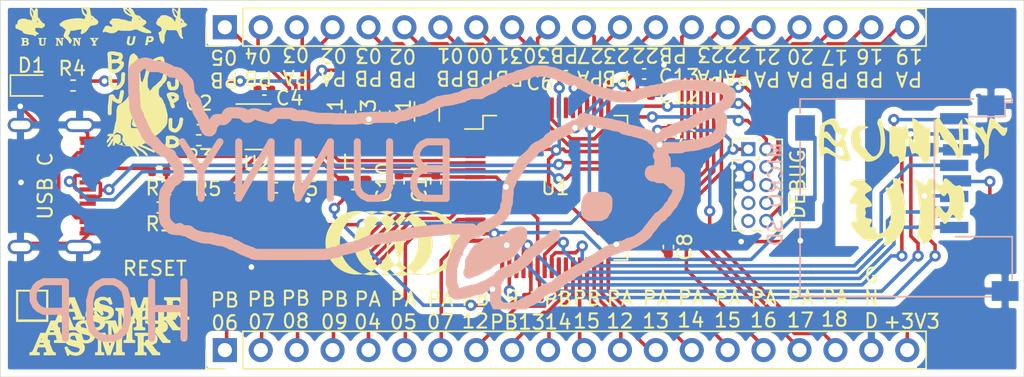
<source format=kicad_pcb>
(kicad_pcb (version 20171130) (host pcbnew 5.1.9+dfsg1-1)
  (layers (0 F.Cu signal hide) (31 B.Cu power hide) (34 B.Paste user) (35 F.Paste user) (36 B.SilkS user) (37 F.SilkS user) (38 B.Mask user hide) (39 F.Mask user hide) (44 Edge.Cuts user))
  (net 0 "")
  (net 1 GND)
  (net 2 XIN32)
  (net 3 VDD)
  (net 4 XOUT32)
  (net 5 +3V3)
  (net 6 RESET)
  (net 7 VDDA)
  (net 8 VCC)
  (net 9 "Net-(D1-Pad2)")
  (net 10 PA27)
  (net 11 PA23)
  (net 12 PA22)
  (net 13 PA21)
  (net 14 PA20)
  (net 15 PA19)
  (net 16 PA18)
  (net 17 PA17)
  (net 18 PA16)
  (net 19 PA15)
  (net 20 PA14)
  (net 21 PA13)
  (net 22 PA12)
  (net 23 PA07)
  (net 24 PA05)
  (net 25 PA04)
  (net 26 PA03)
  (net 27 PA02)
  (net 28 "Net-(J2-PadB5)")
  (net 29 "Net-(J2-PadA8)")
  (net 30 D+)
  (net 31 D-)
  (net 32 "Net-(J2-PadA5)")
  (net 33 "Net-(J2-PadB8)")
  (net 34 SDDAT[2])
  (net 35 SDDAT[3])
  (net 36 SDCMD)
  (net 37 SDCK)
  (net 38 SDDAT[0])
  (net 39 SDDAT[1])
  (net 40 SDCD)
  (net 41 PB31)
  (net 42 PB30)
  (net 43 PB23)
  (net 44 PB22)
  (net 45 PB17)
  (net 46 PB16)
  (net 47 PB15)
  (net 48 PB14)
  (net 49 PB13)
  (net 50 PB12)
  (net 51 PB09)
  (net 52 PB08)
  (net 53 PB07)
  (net 54 PB06)
  (net 55 PB05)
  (net 56 PB04)
  (net 57 PB03)
  (net 58 PB02)
  (net 59 PB01)
  (net 60 PB00)
  (net 61 "Net-(J5-Pad9)")
  (net 62 "Net-(J5-Pad8)")
  (net 63 "Net-(J5-Pad7)")
  (net 64 "Net-(J5-Pad6)")
  (net 65 SWCLK)
  (net 66 SWDIO)
  (net 67 "Net-(R3-Pad1)")
  (net 68 "Net-(U1-Pad55)")
  (net 69 "Net-(U2-Pad4)")
  (module ASMR_footprints:SilkScreen_bunny_laying (layer B.Cu) (at 131.3815 73.9775)
    (fp_text reference G*** hide)
    (fp_text value LOGO hide)
  )
  (module ASMR_footprints:SilkScreen_bunny_up_waves (layer F.Cu) (at 165.1635 73.8505)
    (fp_text reference G*** hide)
    (fp_text value LOGO hide)
  )
  (module ASMR_footprints:SilkScreen_eclipse_variation (layer F.Cu) (at 128.397 78.74)
    (fp_text reference G*** hide)
    (fp_text value LOGO hide)
  )
  (module ASMR_footprints:SilkScreen_bun_upup (layer F.Cu) (at 111.252 68.961)
    (fp_text reference G*** hide)
    (fp_text value LOGO hide)
  )
  (module ASMR_footprints:SilkScreen_bunny_up (layer F.Cu) (at 108.077 63.5)
    (fp_text reference G*** hide)
    (fp_text value LOGO hide)
  )
  (module ASMR_footprints:SilkScreen_asmrrrrrrrrr (layer F.Cu) (at 108.204 84.709)
    (fp_text reference G*** hide)
    (fp_text value LOGO hide)
  )
  (module Connector_PinHeader_2.54mm:PinHeader_1x20_P2.54mm_Vertical (layer F.Cu) (at 116.84 63.5 90)
    (fp_text reference J4 hide)
    (fp_text value Conn_01x20_Male)
    (pad 20 thru_hole oval (at 0 48.26 90) (size 1.7 1.7) (drill 1) (layers *.Cu *.Mask) (net 15 PA19))
    (pad 19 thru_hole oval (at 0 45.72 90) (size 1.7 1.7) (drill 1) (layers *.Cu *.Mask) (net 46 PB16))
    (pad 18 thru_hole oval (at 0 43.18 90) (size 1.7 1.7) (drill 1) (layers *.Cu *.Mask) (net 45 PB17))
    (pad 17 thru_hole oval (at 0 40.64 90) (size 1.7 1.7) (drill 1) (layers *.Cu *.Mask) (net 14 PA20))
    (pad 16 thru_hole oval (at 0 38.1 90) (size 1.7 1.7) (drill 1) (layers *.Cu *.Mask) (net 13 PA21))
    (pad 15 thru_hole oval (at 0 35.56 90) (size 1.7 1.7) (drill 1) (layers *.Cu *.Mask) (net 12 PA22))
    (pad 14 thru_hole oval (at 0 33.02 90) (size 1.7 1.7) (drill 1) (layers *.Cu *.Mask) (net 11 PA23))
    (pad 13 thru_hole oval (at 0 30.48 90) (size 1.7 1.7) (drill 1) (layers *.Cu *.Mask) (net 44 PB22))
    (pad 12 thru_hole oval (at 0 27.94 90) (size 1.7 1.7) (drill 1) (layers *.Cu *.Mask) (net 43 PB23))
    (pad 11 thru_hole oval (at 0 25.4 90) (size 1.7 1.7) (drill 1) (layers *.Cu *.Mask) (net 10 PA27))
    (pad 10 thru_hole oval (at 0 22.86 90) (size 1.7 1.7) (drill 1) (layers *.Cu *.Mask) (net 42 PB30))
    (pad 9 thru_hole oval (at 0 20.32 90) (size 1.7 1.7) (drill 1) (layers *.Cu *.Mask) (net 41 PB31))
    (pad 8 thru_hole oval (at 0 17.78 90) (size 1.7 1.7) (drill 1) (layers *.Cu *.Mask) (net 60 PB00))
    (pad 7 thru_hole oval (at 0 15.24 90) (size 1.7 1.7) (drill 1) (layers *.Cu *.Mask) (net 59 PB01))
    (pad 6 thru_hole oval (at 0 12.7 90) (size 1.7 1.7) (drill 1) (layers *.Cu *.Mask) (net 58 PB02))
    (pad 5 thru_hole oval (at 0 10.16 90) (size 1.7 1.7) (drill 1) (layers *.Cu *.Mask) (net 57 PB03))
    (pad 4 thru_hole oval (at 0 7.62 90) (size 1.7 1.7) (drill 1) (layers *.Cu *.Mask) (net 27 PA02))
    (pad 3 thru_hole oval (at 0 5.08 90) (size 1.7 1.7) (drill 1) (layers *.Cu *.Mask) (net 26 PA03))
    (pad 2 thru_hole oval (at 0 2.54 90) (size 1.7 1.7) (drill 1) (layers *.Cu *.Mask) (net 56 PB04))
    (pad 1 thru_hole rect (at 0 0 90) (size 1.7 1.7) (drill 1) (layers *.Cu *.Mask) (net 55 PB05))
  )
  (module Connector_PinHeader_2.54mm:PinHeader_1x20_P2.54mm_Vertical (layer F.Cu) (at 116.84 86.36 90)
    (fp_text reference J1 hide)
    (fp_text value Conn_01x20_Male)
    (pad 20 thru_hole oval (at 0 48.26 90) (size 1.7 1.7) (drill 1) (layers *.Cu *.Mask) (net 5 +3V3))
    (pad 19 thru_hole oval (at 0 45.72 90) (size 1.7 1.7) (drill 1) (layers *.Cu *.Mask) (net 1 GND))
    (pad 18 thru_hole oval (at 0 43.18 90) (size 1.7 1.7) (drill 1) (layers *.Cu *.Mask) (net 16 PA18))
    (pad 17 thru_hole oval (at 0 40.64 90) (size 1.7 1.7) (drill 1) (layers *.Cu *.Mask) (net 17 PA17))
    (pad 16 thru_hole oval (at 0 38.1 90) (size 1.7 1.7) (drill 1) (layers *.Cu *.Mask) (net 18 PA16))
    (pad 15 thru_hole oval (at 0 35.56 90) (size 1.7 1.7) (drill 1) (layers *.Cu *.Mask) (net 19 PA15))
    (pad 14 thru_hole oval (at 0 33.02 90) (size 1.7 1.7) (drill 1) (layers *.Cu *.Mask) (net 20 PA14))
    (pad 13 thru_hole oval (at 0 30.48 90) (size 1.7 1.7) (drill 1) (layers *.Cu *.Mask) (net 21 PA13))
    (pad 12 thru_hole oval (at 0 27.94 90) (size 1.7 1.7) (drill 1) (layers *.Cu *.Mask) (net 22 PA12))
    (pad 11 thru_hole oval (at 0 25.4 90) (size 1.7 1.7) (drill 1) (layers *.Cu *.Mask) (net 47 PB15))
    (pad 10 thru_hole oval (at 0 22.86 90) (size 1.7 1.7) (drill 1) (layers *.Cu *.Mask) (net 48 PB14))
    (pad 9 thru_hole oval (at 0 20.32 90) (size 1.7 1.7) (drill 1) (layers *.Cu *.Mask) (net 49 PB13))
    (pad 8 thru_hole oval (at 0 17.78 90) (size 1.7 1.7) (drill 1) (layers *.Cu *.Mask) (net 50 PB12))
    (pad 7 thru_hole oval (at 0 15.24 90) (size 1.7 1.7) (drill 1) (layers *.Cu *.Mask) (net 23 PA07))
    (pad 6 thru_hole oval (at 0 12.7 90) (size 1.7 1.7) (drill 1) (layers *.Cu *.Mask) (net 24 PA05))
    (pad 5 thru_hole oval (at 0 10.16 90) (size 1.7 1.7) (drill 1) (layers *.Cu *.Mask) (net 25 PA04))
    (pad 4 thru_hole oval (at 0 7.62 90) (size 1.7 1.7) (drill 1) (layers *.Cu *.Mask) (net 51 PB09))
    (pad 3 thru_hole oval (at 0 5.08 90) (size 1.7 1.7) (drill 1) (layers *.Cu *.Mask) (net 52 PB08))
    (pad 2 thru_hole oval (at 0 2.54 90) (size 1.7 1.7) (drill 1) (layers *.Cu *.Mask) (net 53 PB07))
    (pad 1 thru_hole rect (at 0 0 90) (size 1.7 1.7) (drill 1) (layers *.Cu *.Mask) (net 54 PB06))
  )
  (module ASMR_footprints:USB_C_Receptacle_GCT_USB4105 (layer F.Cu) (at 104.14 74.7395 270)
    (fp_text reference "USB C" (at 0 0 90) (layer F.SilkS))
    (fp_text value USB_C_Receptacle_USB2.0)
    (pad B1 smd rect (at 3.35 -3 270) (size 0.3 1.15) (layers F.Cu F.Paste F.Mask) (net 1 GND))
    (pad B4 smd rect (at 2.55 -3 270) (size 0.3 1.15) (layers F.Cu F.Paste F.Mask) (net 3 VDD))
    (pad B12 smd rect (at -3.05 -3.03175 270) (size 0.3 1.0865) (layers F.Cu) (net 1 GND))
    (pad B9 smd rect (at -2.25 -3 270) (size 0.3 1.15) (layers F.Cu) (net 3 VDD))
    (pad "" np_thru_hole oval (at 2.89 -1.925 270) (size 0.65 0.65) (drill oval 0.65) (layers *.Cu *.Mask))
    (pad "" np_thru_hole oval (at -2.89 -1.925 270) (size 0.65 0.65) (drill oval 0.65) (layers *.Cu *.Mask))
    (pad S1 thru_hole oval (at 4.32 1.755 270) (size 1 1.8) (drill oval 0.6 1.4) (layers *.Cu *.Mask B.Paste) (net 1 GND))
    (pad S1 thru_hole oval (at -4.32 1.755 270) (size 1 1.8) (drill oval 0.6 1.4) (layers *.Cu *.Mask B.Paste) (net 1 GND))
    (pad S1 thru_hole oval (at -4.32 -2.425 270) (size 1 2.1) (drill oval 0.6 1.7) (layers *.Cu *.Mask F.Paste) (net 1 GND))
    (pad S1 thru_hole oval (at 4.32 -2.425 270) (size 1 2.1) (drill oval 0.6 1.7) (layers *.Cu *.Mask F.Paste) (net 1 GND))
    (pad B5 smd rect (at 1.75 -3 270) (size 0.3 1.15) (layers F.Cu F.Paste F.Mask) (net 28 "Net-(J2-PadB5)"))
    (pad A8 smd rect (at 1.25 -3 270) (size 0.3 1.15) (layers F.Cu F.Paste F.Mask) (net 29 "Net-(J2-PadA8)"))
    (pad B6 smd rect (at 0.75 -3 270) (size 0.3 1.15) (layers F.Cu F.Paste F.Mask) (net 30 D+))
    (pad A7 smd rect (at 0.25 -3 270) (size 0.3 1.15) (layers F.Cu F.Paste F.Mask) (net 31 D-))
    (pad A6 smd rect (at -0.25 -3 270) (size 0.3 1.15) (layers F.Cu F.Paste F.Mask) (net 30 D+))
    (pad B7 smd rect (at -0.75 -3 270) (size 0.3 1.15) (layers F.Cu F.Paste F.Mask) (net 31 D-))
    (pad A5 smd rect (at -1.25 -3 270) (size 0.3 1.15) (layers F.Cu F.Paste F.Mask) (net 32 "Net-(J2-PadA5)"))
    (pad B8 smd rect (at -1.75 -3 270) (size 0.3 1.15) (layers F.Cu F.Paste F.Mask) (net 33 "Net-(J2-PadB8)"))
    (pad A12 smd rect (at 3.05 -3.03175 270) (size 0.3 1.0865) (layers F.Cu F.Paste F.Mask) (net 1 GND))
    (pad A9 smd rect (at 2.25 -3 270) (size 0.3 1.15) (layers F.Cu F.Paste F.Mask) (net 3 VDD))
    (pad A4 smd rect (at -2.55 -3 270) (size 0.3 1.15) (layers F.Cu F.Paste F.Mask) (net 3 VDD))
    (pad A1 smd rect (at -3.35 -3 270) (size 0.3 1.15) (layers F.Cu F.Paste F.Mask) (net 1 GND))
  )
  (module Connector_PinHeader_1.27mm:PinHeader_2x05_P1.27mm_Vertical (layer F.Cu) (at 153.8605 72.136)
    (fp_text reference DEBUG (at 3.4925 2.4765 90) (layer F.SilkS))
    (fp_text value Conn_ARM_JTAG_SWD_10)
    (pad 10 thru_hole oval (at 1.27 5.08) (size 1 1) (drill 0.65) (layers *.Cu *.Mask) (net 6 RESET))
    (pad 9 thru_hole oval (at 0 5.08) (size 1 1) (drill 0.65) (layers *.Cu *.Mask) (net 61 "Net-(J5-Pad9)"))
    (pad 8 thru_hole oval (at 1.27 3.81) (size 1 1) (drill 0.65) (layers *.Cu *.Mask) (net 62 "Net-(J5-Pad8)"))
    (pad 7 thru_hole oval (at 0 3.81) (size 1 1) (drill 0.65) (layers *.Cu *.Mask) (net 63 "Net-(J5-Pad7)"))
    (pad 6 thru_hole oval (at 1.27 2.54) (size 1 1) (drill 0.65) (layers *.Cu *.Mask) (net 64 "Net-(J5-Pad6)"))
    (pad 5 thru_hole oval (at 0 2.54) (size 1 1) (drill 0.65) (layers *.Cu *.Mask) (net 1 GND))
    (pad 4 thru_hole oval (at 1.27 1.27) (size 1 1) (drill 0.65) (layers *.Cu *.Mask) (net 65 SWCLK))
    (pad 3 thru_hole oval (at 0 1.27) (size 1 1) (drill 0.65) (layers *.Cu *.Mask) (net 1 GND))
    (pad 2 thru_hole oval (at 1.27 0) (size 1 1) (drill 0.65) (layers *.Cu *.Mask) (net 66 SWDIO))
    (pad 1 thru_hole rect (at 0 0) (size 1 1) (drill 0.65) (layers *.Cu *.Mask) (net 5 +3V3))
  )
  (module Crystal:Crystal_SMD_3215-2Pin_3.2x1.5mm (layer F.Cu) (at 131.1275 69.469 90)
    (fp_text reference Y1 (at 0 -1.651 270) (layer F.SilkS))
    (fp_text value 32.768kHz)
    (pad 2 smd rect (at -1.25 0 90) (size 1 1.8) (layers F.Cu F.Paste F.Mask) (net 4 XOUT32))
    (pad 1 smd rect (at 1.25 0 90) (size 1 1.8) (layers F.Cu F.Paste F.Mask) (net 2 XIN32))
  )
  (module Package_TO_SOT_SMD:SOT-23-5 (layer F.Cu) (at 119.1895 70.5485)
    (fp_text reference U2 (at -0.0635 2.6035) (layer F.SilkS))
    (fp_text value NJM2866F33)
    (pad 5 smd rect (at 1.1 -0.95) (size 1.06 0.65) (layers F.Cu F.Paste F.Mask) (net 5 +3V3))
    (pad 4 smd rect (at 1.1 0.95) (size 1.06 0.65) (layers F.Cu F.Paste F.Mask) (net 69 "Net-(U2-Pad4)"))
    (pad 3 smd rect (at -1.1 0.95) (size 1.06 0.65) (layers F.Cu F.Paste F.Mask) (net 67 "Net-(R3-Pad1)"))
    (pad 2 smd rect (at -1.1 0) (size 1.06 0.65) (layers F.Cu F.Paste F.Mask) (net 1 GND))
    (pad 1 smd rect (at -1.1 -0.95) (size 1.06 0.65) (layers F.Cu F.Paste F.Mask) (net 3 VDD))
  )
  (module Package_QFP:TQFP-64_10x10mm_P0.5mm (layer F.Cu) (at 140.208 74.8665)
    (fp_text reference U1 (at 0 0) (layer F.SilkS))
    (fp_text value ATSAMD51J18A-A)
    (pad 64 smd roundrect (at -3.75 -5.6625) (size 0.3 1.475) (layers F.Cu F.Paste F.Mask) (net 57 PB03))
    (pad 63 smd roundrect (at -3.25 -5.6625) (size 0.3 1.475) (layers F.Cu F.Paste F.Mask) (net 58 PB02))
    (pad 62 smd roundrect (at -2.75 -5.6625) (size 0.3 1.475) (layers F.Cu F.Paste F.Mask) (net 59 PB01))
    (pad 61 smd roundrect (at -2.25 -5.6625) (size 0.3 1.475) (layers F.Cu F.Paste F.Mask) (net 60 PB00))
    (pad 60 smd roundrect (at -1.75 -5.6625) (size 0.3 1.475) (layers F.Cu F.Paste F.Mask) (net 41 PB31))
    (pad 59 smd roundrect (at -1.25 -5.6625) (size 0.3 1.475) (layers F.Cu F.Paste F.Mask) (net 42 PB30))
    (pad 58 smd roundrect (at -0.75 -5.6625) (size 0.3 1.475) (layers F.Cu F.Paste F.Mask) (net 66 SWDIO))
    (pad 57 smd roundrect (at -0.25 -5.6625) (size 0.3 1.475) (layers F.Cu F.Paste F.Mask) (net 65 SWCLK))
    (pad 56 smd roundrect (at 0.25 -5.6625) (size 0.3 1.475) (layers F.Cu F.Paste F.Mask) (net 5 +3V3))
    (pad 55 smd roundrect (at 0.75 -5.6625) (size 0.3 1.475) (layers F.Cu F.Paste F.Mask) (net 68 "Net-(U1-Pad55)"))
    (pad 54 smd roundrect (at 1.25 -5.6625) (size 0.3 1.475) (layers F.Cu F.Paste F.Mask) (net 1 GND))
    (pad 53 smd roundrect (at 1.75 -5.6625) (size 0.3 1.475) (layers F.Cu F.Paste F.Mask) (net 8 VCC))
    (pad 52 smd roundrect (at 2.25 -5.6625) (size 0.3 1.475) (layers F.Cu F.Paste F.Mask) (net 6 RESET))
    (pad 51 smd roundrect (at 2.75 -5.6625) (size 0.3 1.475) (layers F.Cu F.Paste F.Mask) (net 10 PA27))
    (pad 50 smd roundrect (at 3.25 -5.6625) (size 0.3 1.475) (layers F.Cu F.Paste F.Mask) (net 43 PB23))
    (pad 49 smd roundrect (at 3.75 -5.6625) (size 0.3 1.475) (layers F.Cu F.Paste F.Mask) (net 44 PB22))
    (pad 48 smd roundrect (at 5.6625 -3.75) (size 1.475 0.3) (layers F.Cu F.Paste F.Mask) (net 5 +3V3))
    (pad 47 smd roundrect (at 5.6625 -3.25) (size 1.475 0.3) (layers F.Cu F.Paste F.Mask) (net 1 GND))
    (pad 46 smd roundrect (at 5.6625 -2.75) (size 1.475 0.3) (layers F.Cu F.Paste F.Mask) (net 30 D+))
    (pad 45 smd roundrect (at 5.6625 -2.25) (size 1.475 0.3) (layers F.Cu F.Paste F.Mask) (net 31 D-))
    (pad 44 smd roundrect (at 5.6625 -1.75) (size 1.475 0.3) (layers F.Cu F.Paste F.Mask) (net 11 PA23))
    (pad 43 smd roundrect (at 5.6625 -1.25) (size 1.475 0.3) (layers F.Cu F.Paste F.Mask) (net 12 PA22))
    (pad 42 smd roundrect (at 5.6625 -0.75) (size 1.475 0.3) (layers F.Cu F.Paste F.Mask) (net 13 PA21))
    (pad 41 smd roundrect (at 5.6625 -0.25) (size 1.475 0.3) (layers F.Cu F.Paste F.Mask) (net 14 PA20))
    (pad 40 smd roundrect (at 5.6625 0.25) (size 1.475 0.3) (layers F.Cu F.Paste F.Mask) (net 45 PB17))
    (pad 39 smd roundrect (at 5.6625 0.75) (size 1.475 0.3) (layers F.Cu F.Paste F.Mask) (net 46 PB16))
    (pad 38 smd roundrect (at 5.6625 1.25) (size 1.475 0.3) (layers F.Cu F.Paste F.Mask) (net 15 PA19))
    (pad 37 smd roundrect (at 5.6625 1.75) (size 1.475 0.3) (layers F.Cu F.Paste F.Mask) (net 16 PA18))
    (pad 36 smd roundrect (at 5.6625 2.25) (size 1.475 0.3) (layers F.Cu F.Paste F.Mask) (net 17 PA17))
    (pad 35 smd roundrect (at 5.6625 2.75) (size 1.475 0.3) (layers F.Cu F.Paste F.Mask) (net 18 PA16))
    (pad 34 smd roundrect (at 5.6625 3.25) (size 1.475 0.3) (layers F.Cu F.Paste F.Mask) (net 5 +3V3))
    (pad 33 smd roundrect (at 5.6625 3.75) (size 1.475 0.3) (layers F.Cu F.Paste F.Mask) (net 1 GND))
    (pad 32 smd roundrect (at 3.75 5.6625) (size 0.3 1.475) (layers F.Cu F.Paste F.Mask) (net 19 PA15))
    (pad 31 smd roundrect (at 3.25 5.6625) (size 0.3 1.475) (layers F.Cu F.Paste F.Mask) (net 20 PA14))
    (pad 30 smd roundrect (at 2.75 5.6625) (size 0.3 1.475) (layers F.Cu F.Paste F.Mask) (net 21 PA13))
    (pad 29 smd roundrect (at 2.25 5.6625) (size 0.3 1.475) (layers F.Cu F.Paste F.Mask) (net 22 PA12))
    (pad 28 smd roundrect (at 1.75 5.6625) (size 0.3 1.475) (layers F.Cu F.Paste F.Mask) (net 47 PB15))
    (pad 27 smd roundrect (at 1.25 5.6625) (size 0.3 1.475) (layers F.Cu F.Paste F.Mask) (net 48 PB14))
    (pad 26 smd roundrect (at 0.75 5.6625) (size 0.3 1.475) (layers F.Cu F.Paste F.Mask) (net 49 PB13))
    (pad 25 smd roundrect (at 0.25 5.6625) (size 0.3 1.475) (layers F.Cu F.Paste F.Mask) (net 50 PB12))
    (pad 24 smd roundrect (at -0.25 5.6625) (size 0.3 1.475) (layers F.Cu F.Paste F.Mask) (net 37 SDCK))
    (pad 23 smd roundrect (at -0.75 5.6625) (size 0.3 1.475) (layers F.Cu F.Paste F.Mask) (net 35 SDDAT[3]))
    (pad 22 smd roundrect (at -1.25 5.6625) (size 0.3 1.475) (layers F.Cu F.Paste F.Mask) (net 1 GND))
    (pad 21 smd roundrect (at -1.75 5.6625) (size 0.3 1.475) (layers F.Cu F.Paste F.Mask) (net 5 +3V3))
    (pad 20 smd roundrect (at -2.25 5.6625) (size 0.3 1.475) (layers F.Cu F.Paste F.Mask) (net 34 SDDAT[2]))
    (pad 19 smd roundrect (at -2.75 5.6625) (size 0.3 1.475) (layers F.Cu F.Paste F.Mask) (net 39 SDDAT[1]))
    (pad 18 smd roundrect (at -3.25 5.6625) (size 0.3 1.475) (layers F.Cu F.Paste F.Mask) (net 38 SDDAT[0]))
    (pad 17 smd roundrect (at -3.75 5.6625) (size 0.3 1.475) (layers F.Cu F.Paste F.Mask) (net 36 SDCMD))
    (pad 16 smd roundrect (at -5.6625 3.75) (size 1.475 0.3) (layers F.Cu F.Paste F.Mask) (net 23 PA07))
    (pad 15 smd roundrect (at -5.6625 3.25) (size 1.475 0.3) (layers F.Cu F.Paste F.Mask) (net 40 SDCD))
    (pad 14 smd roundrect (at -5.6625 2.75) (size 1.475 0.3) (layers F.Cu F.Paste F.Mask) (net 24 PA05))
    (pad 13 smd roundrect (at -5.6625 2.25) (size 1.475 0.3) (layers F.Cu F.Paste F.Mask) (net 25 PA04))
    (pad 12 smd roundrect (at -5.6625 1.75) (size 1.475 0.3) (layers F.Cu F.Paste F.Mask) (net 51 PB09))
    (pad 11 smd roundrect (at -5.6625 1.25) (size 1.475 0.3) (layers F.Cu F.Paste F.Mask) (net 52 PB08))
    (pad 10 smd roundrect (at -5.6625 0.75) (size 1.475 0.3) (layers F.Cu F.Paste F.Mask) (net 53 PB07))
    (pad 9 smd roundrect (at -5.6625 0.25) (size 1.475 0.3) (layers F.Cu F.Paste F.Mask) (net 54 PB06))
    (pad 8 smd roundrect (at -5.6625 -0.25) (size 1.475 0.3) (layers F.Cu F.Paste F.Mask) (net 7 VDDA))
    (pad 7 smd roundrect (at -5.6625 -0.75) (size 1.475 0.3) (layers F.Cu F.Paste F.Mask) (net 1 GND))
    (pad 6 smd roundrect (at -5.6625 -1.25) (size 1.475 0.3) (layers F.Cu F.Paste F.Mask) (net 55 PB05))
    (pad 5 smd roundrect (at -5.6625 -1.75) (size 1.475 0.3) (layers F.Cu F.Paste F.Mask) (net 56 PB04))
    (pad 4 smd roundrect (at -5.6625 -2.25) (size 1.475 0.3) (layers F.Cu F.Paste F.Mask) (net 26 PA03))
    (pad 3 smd roundrect (at -5.6625 -2.75) (size 1.475 0.3) (layers F.Cu F.Paste F.Mask) (net 27 PA02))
    (pad 2 smd roundrect (at -5.6625 -3.25) (size 1.475 0.3) (layers F.Cu F.Paste F.Mask) (net 4 XOUT32))
    (pad 1 smd roundrect (at -5.6625 -3.75) (size 1.475 0.3) (layers F.Cu F.Paste F.Mask) (net 2 XIN32))
  )
  (module ASMR_footprints:SW_Push_TL3305 (layer F.Cu) (at 118.8085 78.74)
    (fp_text reference RESET (at -6.9215 1.8415) (layer F.SilkS))
    (fp_text value SW_SPST)
    (pad 2 smd rect (at 3.56 1.74) (size 1.6 1.4) (layers F.Cu F.Paste F.Mask) (net 1 GND))
    (pad 2 smd rect (at -3.64 1.74) (size 1.6 1.4) (layers F.Cu F.Paste F.Mask) (net 1 GND))
    (pad 1 smd rect (at 3.56 -1.26) (size 1.6 1.4) (layers F.Cu F.Paste F.Mask) (net 6 RESET))
    (pad 1 smd rect (at -3.64 -1.26) (size 1.6 1.4) (layers F.Cu F.Paste F.Mask) (net 6 RESET))
  )
  (module Resistor_SMD:R_0402_1005Metric (layer F.Cu) (at 117.6655 74.8665)
    (fp_text reference R5 (at -2.032 0.0635) (layer F.SilkS))
    (fp_text value 4.7K)
    (pad 2 smd roundrect (at 0.51 0) (size 0.54 0.64) (layers F.Cu F.Paste F.Mask) (net 6 RESET))
    (pad 1 smd roundrect (at -0.51 0) (size 0.54 0.64) (layers F.Cu F.Paste F.Mask) (net 5 +3V3))
  )
  (module Resistor_SMD:R_0402_1005Metric (layer F.Cu) (at 106.1085 67.6275 180)
    (fp_text reference R4 (at 0.0635 1.2065) (layer F.SilkS))
    (fp_text value 100)
    (pad 2 smd roundrect (at 0.51 0 180) (size 0.54 0.64) (layers F.Cu F.Paste F.Mask) (net 9 "Net-(D1-Pad2)"))
    (pad 1 smd roundrect (at -0.51 0 180) (size 0.54 0.64) (layers F.Cu F.Paste F.Mask) (net 5 +3V3))
  )
  (module Resistor_SMD:R_0402_1005Metric (layer F.Cu) (at 114.9985 71.501 180)
    (fp_text reference R3 (at 0 -1.17) (layer F.SilkS))
    (fp_text value 10K)
    (pad 2 smd roundrect (at 0.51 0 180) (size 0.54 0.64) (layers F.Cu F.Paste F.Mask) (net 3 VDD))
    (pad 1 smd roundrect (at -0.51 0 180) (size 0.54 0.64) (layers F.Cu F.Paste F.Mask) (net 67 "Net-(R3-Pad1)"))
  )
  (module Resistor_SMD:R_0402_1005Metric (layer F.Cu) (at 112.2045 73.7235 180)
    (fp_text reference R2 (at 0 -1.17) (layer F.SilkS))
    (fp_text value 5.1K)
    (pad 2 smd roundrect (at 0.51 0 180) (size 0.54 0.64) (layers F.Cu F.Paste F.Mask) (net 32 "Net-(J2-PadA5)"))
    (pad 1 smd roundrect (at -0.51 0 180) (size 0.54 0.64) (layers F.Cu F.Paste F.Mask) (net 1 GND))
  )
  (module Resistor_SMD:R_0402_1005Metric (layer F.Cu) (at 112.2045 76.2635 180)
    (fp_text reference R1 (at 0 -1.17) (layer F.SilkS))
    (fp_text value 5.1K)
    (pad 2 smd roundrect (at 0.51 0 180) (size 0.54 0.64) (layers F.Cu F.Paste F.Mask) (net 28 "Net-(J2-PadB5)"))
    (pad 1 smd roundrect (at -0.51 0 180) (size 0.54 0.64) (layers F.Cu F.Paste F.Mask) (net 1 GND))
  )
  (module Inductor_SMD:L_0603_1608Metric (layer F.Cu) (at 125.984 74.4855)
    (fp_text reference L1 (at 0 -1.43) (layer F.SilkS))
    (fp_text value "FB - 30Ohm")
    (pad 2 smd roundrect (at 0.7875 0) (size 0.875 0.95) (layers F.Cu F.Paste F.Mask) (net 7 VDDA))
    (pad 1 smd roundrect (at -0.7875 0) (size 0.875 0.95) (layers F.Cu F.Paste F.Mask) (net 5 +3V3))
  )
  (module ASMR_footprints:microSD_GCT_MEM2061-01-188-00 (layer B.Cu) (at 160.02 68.58 270)
    (fp_text reference "MICRO SD" (at 6.75 4.25 90) (layer B.SilkS) (effects (justify mirror)))
    (fp_text value Micro_SD_Card_Det)
    (pad 11 smd rect (at 12.9 -11.05 270) (size 1.4 1.9) (drill (offset 0.7 -0.95)) (layers B.Cu B.Paste B.Mask) (net 1 GND))
    (pad 11 smd rect (at -0.25 -10.05 270) (size 1.4 1.9) (drill (offset 0.7 -0.95)) (layers B.Cu B.Paste B.Mask) (net 1 GND))
    (pad 1 smd rect (at 8.7 -7.4 270) (size 0.8 2) (drill (offset 0.4 -1)) (layers B.Cu B.Paste B.Mask) (net 34 SDDAT[2]))
    (pad 2 smd rect (at 7.6 -7 270) (size 0.8 2) (drill (offset 0.4 -1)) (layers B.Cu B.Paste B.Mask) (net 35 SDDAT[3]))
    (pad 3 smd rect (at 6.5 -7.4 270) (size 0.8 2) (drill (offset 0.4 -1)) (layers B.Cu B.Paste B.Mask) (net 36 SDCMD))
    (pad 4 smd rect (at 5.4 -7.6 270) (size 0.8 2) (drill (offset 0.4 -1)) (layers B.Cu B.Paste B.Mask) (net 5 +3V3))
    (pad 5 smd rect (at 4.3 -7.4 270) (size 0.8 2) (drill (offset 0.4 -1)) (layers B.Cu B.Paste B.Mask) (net 37 SDCK))
    (pad 6 smd rect (at 3.2 -7.6 270) (size 0.8 2) (drill (offset 0.4 -1)) (layers B.Cu B.Paste B.Mask) (net 1 GND))
    (pad 7 smd rect (at 2.1 -7.4 270) (size 0.8 2) (drill (offset 0.4 -1)) (layers B.Cu B.Paste B.Mask) (net 38 SDDAT[0]))
    (pad 8 smd rect (at 1 -7.4 270) (size 0.8 2) (drill (offset 0.4 -1)) (layers B.Cu B.Paste B.Mask) (net 39 SDDAT[1]))
    (pad 9 smd rect (at 6.85 1.45 270) (size 1.8 1.4) (drill (offset 0.9 0.7)) (layers B.Cu B.Paste B.Mask) (net 40 SDCD))
    (pad 10 smd rect (at 1.15 1.45 270) (size 1.8 1.4) (drill (offset 0.9 0.7)) (layers B.Cu B.Paste B.Mask) (net 40 SDCD))
  )
  (module LED_SMD:LED_0603_1608Metric (layer F.Cu) (at 103.162 67.6275)
    (fp_text reference D1 (at 0 -1.43) (layer F.SilkS))
    (fp_text value LED)
    (pad 2 smd roundrect (at 0.7875 0) (size 0.875 0.95) (layers F.Cu F.Paste F.Mask) (net 9 "Net-(D1-Pad2)"))
    (pad 1 smd roundrect (at -0.7875 0) (size 0.875 0.95) (layers F.Cu F.Paste F.Mask) (net 1 GND))
  )
  (module Capacitor_SMD:C_0402_1005Metric (layer F.Cu) (at 146.4945 66.802)
    (fp_text reference C13 (at 2.4765 0.1905) (layer F.SilkS))
    (fp_text value 0.1uF)
    (pad 2 smd roundrect (at 0.48 0) (size 0.56 0.62) (layers F.Cu F.Paste F.Mask) (net 1 GND))
    (pad 1 smd roundrect (at -0.48 0) (size 0.56 0.62) (layers F.Cu F.Paste F.Mask) (net 8 VCC))
  )
  (module Capacitor_SMD:C_0402_1005Metric (layer F.Cu) (at 146.4945 68.326)
    (fp_text reference C12 (at 2.4765 0.0635) (layer F.SilkS))
    (fp_text value 4.7uF)
    (pad 2 smd roundrect (at 0.48 0) (size 0.56 0.62) (layers F.Cu F.Paste F.Mask) (net 1 GND))
    (pad 1 smd roundrect (at -0.48 0) (size 0.56 0.62) (layers F.Cu F.Paste F.Mask) (net 8 VCC))
  )
  (module Capacitor_SMD:C_0402_1005Metric (layer F.Cu) (at 131.7625 74.4855 90)
    (fp_text reference C11 (at 0 -1.16 90) (layer F.SilkS))
    (fp_text value 0.1uF)
    (pad 2 smd roundrect (at 0.48 0 90) (size 0.56 0.62) (layers F.Cu F.Paste F.Mask) (net 1 GND))
    (pad 1 smd roundrect (at -0.48 0 90) (size 0.56 0.62) (layers F.Cu F.Paste F.Mask) (net 7 VDDA))
  )
  (module Capacitor_SMD:C_0402_1005Metric (layer F.Cu) (at 129.159 74.4855 90)
    (fp_text reference C10 (at 0 -1.0795 90) (layer F.SilkS))
    (fp_text value 10uF)
    (pad 2 smd roundrect (at 0.48 0 90) (size 0.56 0.62) (layers F.Cu F.Paste F.Mask) (net 1 GND))
    (pad 1 smd roundrect (at -0.48 0 90) (size 0.56 0.62) (layers F.Cu F.Paste F.Mask) (net 7 VDDA))
  )
  (module Capacitor_SMD:C_0402_1005Metric (layer F.Cu) (at 138.6205 82.6135)
    (fp_text reference C9 (at -1.9685 0.0635) (layer F.SilkS))
    (fp_text value 0.1uF)
    (pad 2 smd roundrect (at 0.48 0) (size 0.56 0.62) (layers F.Cu F.Paste F.Mask) (net 1 GND))
    (pad 1 smd roundrect (at -0.48 0) (size 0.56 0.62) (layers F.Cu F.Paste F.Mask) (net 5 +3V3))
  )
  (module Capacitor_SMD:C_0402_1005Metric (layer F.Cu) (at 148.209 79.0575 270)
    (fp_text reference C8 (at 0 -1.16 90) (layer F.SilkS))
    (fp_text value 0.1uF)
    (pad 2 smd roundrect (at 0.48 0 270) (size 0.56 0.62) (layers F.Cu F.Paste F.Mask) (net 1 GND))
    (pad 1 smd roundrect (at -0.48 0 270) (size 0.56 0.62) (layers F.Cu F.Paste F.Mask) (net 5 +3V3))
  )
  (module Capacitor_SMD:C_0402_1005Metric (layer F.Cu) (at 148.3995 71.12 270)
    (fp_text reference C7 (at 0.127 -1.2065 90) (layer F.SilkS))
    (fp_text value 0.1uF)
    (pad 2 smd roundrect (at 0.48 0 270) (size 0.56 0.62) (layers F.Cu F.Paste F.Mask) (net 1 GND))
    (pad 1 smd roundrect (at -0.48 0 270) (size 0.56 0.62) (layers F.Cu F.Paste F.Mask) (net 5 +3V3))
  )
  (module Capacitor_SMD:C_0402_1005Metric (layer F.Cu) (at 140.97 66.929)
    (fp_text reference C6 (at -1.8415 0.508) (layer F.SilkS))
    (fp_text value 0.1uF)
    (pad 2 smd roundrect (at 0.48 0) (size 0.56 0.62) (layers F.Cu F.Paste F.Mask) (net 1 GND))
    (pad 1 smd roundrect (at -0.48 0) (size 0.56 0.62) (layers F.Cu F.Paste F.Mask) (net 5 +3V3))
  )
  (module Capacitor_SMD:C_0402_1005Metric (layer F.Cu) (at 120.4595 74.8665)
    (fp_text reference C5 (at 2.032 0.0635) (layer F.SilkS))
    (fp_text value 0.1uF)
    (pad 2 smd roundrect (at 0.48 0) (size 0.56 0.62) (layers F.Cu F.Paste F.Mask) (net 1 GND))
    (pad 1 smd roundrect (at -0.48 0) (size 0.56 0.62) (layers F.Cu F.Paste F.Mask) (net 6 RESET))
  )
  (module Capacitor_SMD:C_0402_1005Metric (layer F.Cu) (at 119.634 67.945 180)
    (fp_text reference C4 (at -1.778 -0.5715) (layer F.SilkS))
    (fp_text value 1.0uF)
    (pad 2 smd roundrect (at 0.48 0 180) (size 0.56 0.62) (layers F.Cu F.Paste F.Mask) (net 1 GND))
    (pad 1 smd roundrect (at -0.48 0 180) (size 0.56 0.62) (layers F.Cu F.Paste F.Mask) (net 5 +3V3))
  )
  (module Capacitor_SMD:C_0402_1005Metric (layer F.Cu) (at 128.143 69.5325 270)
    (fp_text reference C3 (at 0 1.143 90) (layer F.SilkS))
    (fp_text value 15pF)
    (pad 2 smd roundrect (at 0.48 0 270) (size 0.56 0.62) (layers F.Cu F.Paste F.Mask) (net 1 GND))
    (pad 1 smd roundrect (at -0.48 0 270) (size 0.56 0.62) (layers F.Cu F.Paste F.Mask) (net 4 XOUT32))
  )
  (module Capacitor_SMD:C_0402_1005Metric (layer F.Cu) (at 114.9985 70.0405)
    (fp_text reference C2 (at 0 -1.16) (layer F.SilkS))
    (fp_text value 0.1uF)
    (pad 2 smd roundrect (at 0.48 0) (size 0.56 0.62) (layers F.Cu F.Paste F.Mask) (net 1 GND))
    (pad 1 smd roundrect (at -0.48 0) (size 0.56 0.62) (layers F.Cu F.Paste F.Mask) (net 3 VDD))
  )
  (module Capacitor_SMD:C_0402_1005Metric (layer F.Cu) (at 125.73 69.5325 270)
    (fp_text reference C1 (at -0.0635 1.0795 90) (layer F.SilkS))
    (fp_text value 15pF)
    (pad 2 smd roundrect (at 0.48 0 270) (size 0.56 0.62) (layers F.Cu F.Paste F.Mask) (net 1 GND))
    (pad 1 smd roundrect (at -0.48 0 270) (size 0.56 0.62) (layers F.Cu F.Paste F.Mask) (net 2 XIN32))
  )
  (gr_text HOP (at 108.712 83.693) (layer B.SilkS) (effects (font (size 4 4) (thickness 0.5)) (justify mirror)))
  (gr_text BUNNY (at 123.444 73.787) (layer B.SilkS) (effects (font (size 4 4) (thickness 0.5)) (justify mirror)))
  (gr_text "PA\n19" (at 165.227 66.3575 180) (layer F.SilkS) (effects (font (size 1 1))))
  (gr_text "PB\n16" (at 162.433 66.3575 180) (layer F.SilkS) (effects (font (size 1 1))))
  (gr_text "PB\n17" (at 159.9565 66.421 180) (layer F.SilkS) (effects (font (size 1 1))))
  (gr_text "PA\n20" (at 157.5435 66.3575 180) (layer F.SilkS) (effects (font (size 1 1))))
  (gr_text "PA\n21" (at 155.194 66.3575 180) (layer F.SilkS) (effects (font (size 1 1))))
  (gr_text "PA\n22" (at 153.0985 66.2305 180) (layer F.SilkS) (effects (font (size 1 1))))
  (gr_text "PA\n23" (at 151.1935 66.2305 180) (layer F.SilkS) (effects (font (size 1 1))))
  (gr_text PB22 (at 147.574 65.4685 180) (layer F.SilkS) (effects (font (size 1 1))))
  (gr_text PB30 (at 139.8905 65.4685 180) (layer F.SilkS) (effects (font (size 1 1))))
  (gr_text "PB\n23" (at 144.526 66.294 180) (layer F.SilkS) (effects (font (size 1 1))))
  (gr_text "PA\n27" (at 142.6845 66.294 180) (layer F.SilkS) (effects (font (size 1 1))))
  (gr_text "PB\n31" (at 136.9695 66.294 180) (layer F.SilkS) (effects (font (size 1 1))))
  (gr_text "PB\n00" (at 134.874 66.294 180) (layer F.SilkS) (effects (font (size 1 1))))
  (gr_text "PB\n01" (at 132.7785 66.294 180) (layer F.SilkS) (effects (font (size 1 1))))
  (gr_text "PB\n02" (at 129.413 66.3575 180) (layer F.SilkS) (effects (font (size 1 1))))
  (gr_text "PB\n03" (at 127 66.294 180) (layer F.SilkS) (effects (font (size 1 1))))
  (gr_text "PA\n02" (at 124.5235 66.294 180) (layer F.SilkS) (effects (font (size 1 1))))
  (gr_text "PA\n03" (at 121.8565 66.2305 180) (layer F.SilkS) (effects (font (size 1 1))))
  (gr_text "PB\n04" (at 119.1895 66.294 180) (layer F.SilkS) (effects (font (size 1 1))))
  (gr_text "PB\n05" (at 116.7765 66.421 180) (layer F.SilkS) (effects (font (size 1 1))))
  (gr_text PB13 (at 137.541 84.3915) (layer F.SilkS) (effects (font (size 1 1))))
  (gr_text "PB\n14" (at 140.3985 83.566) (layer F.SilkS) (effects (font (size 1 1))))
  (gr_text +3V3 (at 165.4175 84.328) (layer F.SilkS) (effects (font (size 1 1))))
  (gr_text "G\nN\nD" (at 162.56 82.677) (layer F.SilkS) (effects (font (size 1 1))))
  (gr_text "PA\n18" (at 159.9565 83.3755) (layer F.SilkS) (effects (font (size 1 1))))
  (gr_text "PA\n17" (at 157.5435 83.439) (layer F.SilkS) (effects (font (size 1 1))))
  (gr_text "PA\n16" (at 154.94 83.439) (layer F.SilkS) (effects (font (size 1 1))))
  (gr_text "PA\n15" (at 152.4 83.439) (layer F.SilkS) (effects (font (size 1 1))))
  (gr_text "PA\n14" (at 149.7965 83.439) (layer F.SilkS) (effects (font (size 1 1))))
  (gr_text "PA\n13" (at 147.32 83.5025) (layer F.SilkS) (effects (font (size 1 1))))
  (gr_text "PA\n12" (at 144.78 83.5025) (layer F.SilkS) (effects (font (size 1 1))))
  (gr_text "PB\n15" (at 142.4305 83.5025) (layer F.SilkS) (effects (font (size 1 1))))
  (gr_text "PB\n12" (at 134.5565 83.5025) (layer F.SilkS) (effects (font (size 1 1))))
  (gr_text "PA\n07" (at 132.08 83.566) (layer F.SilkS) (effects (font (size 1 1))))
  (gr_text "PA\n05" (at 129.4765 83.566) (layer F.SilkS) (effects (font (size 1 1))))
  (gr_text "PA\n04" (at 126.9365 83.566) (layer F.SilkS) (effects (font (size 1 1))))
  (gr_text "PB\n09" (at 124.587 83.566) (layer F.SilkS) (effects (font (size 1 1))))
  (gr_text "PB\n08" (at 121.8565 83.5025) (layer F.SilkS) (effects (font (size 1 1))))
  (gr_text "PB\n07" (at 119.4435 83.566) (layer F.SilkS) (effects (font (size 1 1))))
  (gr_text "PB\n06" (at 116.84 83.6295) (layer F.SilkS) (effects (font (size 1 1))))
  (gr_line (start 100.965 88.265) (end 100.965 61.595) (layer Edge.Cuts) (width 0.05))
  (gr_line (start 100.965 88.265) (end 173.355 88.265) (layer Edge.Cuts) (width 0.05))
  (gr_line (start 173.355 88.265) (end 173.355 61.595) (layer Edge.Cuts) (width 0.05))
  (gr_line (start 100.965 61.595) (end 173.355 61.595) (layer Edge.Cuts) (width 0.05))
  (via (at 152.781 73.406) (size 0.8) (drill 0.4) (layers F.Cu B.Cu) (net 1))
  (segment (start 125.73 70.0125) (end 127.028 70.0125) (width 0.25) (layer F.Cu) (net 1))
  (segment (start 128.115 70.0125) (end 128.143 70.0405) (width 0.25) (layer F.Cu) (net 1))
  (segment (start 115.4785 70.0405) (end 116.05 70.612) (width 0.25) (layer F.Cu) (net 1))
  (segment (start 116.05 70.612) (end 118.11 70.612) (width 0.25) (layer F.Cu) (net 1))
  (segment (start 107.14 71.6895) (end 107.14 71.0085) (width 0.25) (layer F.Cu) (net 1))
  (segment (start 107.14 71.0085) (end 106.6165 70.485) (width 0.25) (layer F.Cu) (net 1))
  (segment (start 102.4255 70.485) (end 102.4255 74.4855) (width 0.25) (layer F.Cu) (net 1))
  (segment (start 102.4255 78.74) (end 102.489 78.8035) (width 0.25) (layer F.Cu) (net 1))
  (segment (start 102.489 78.8035) (end 106.553 78.8035) (width 0.25) (layer F.Cu) (net 1))
  (segment (start 106.553 78.8035) (end 107.1245 78.232) (width 0.25) (layer F.Cu) (net 1))
  (segment (start 107.1245 78.232) (end 107.1245 77.978) (width 0.25) (layer F.Cu) (net 1))
  (segment (start 107.14 78.0895) (end 110.8865 78.0895) (width 0.25) (layer F.Cu) (net 1))
  (segment (start 110.8865 78.0895) (end 112.28951 76.68649) (width 0.25) (layer F.Cu) (net 1))
  (segment (start 112.28951 76.68649) (end 112.7125 76.2635) (width 0.25) (layer F.Cu) (net 1))
  (segment (start 112.7145 73.7235) (end 112.7145 76.2615) (width 0.25) (layer F.Cu) (net 1))
  (segment (start 119.154 69.974002) (end 118.579502 70.5485) (width 0.25) (layer F.Cu) (net 1))
  (segment (start 119.154 67.945) (end 119.154 69.974002) (width 0.25) (layer F.Cu) (net 1))
  (segment (start 118.579502 70.5485) (end 118.237 70.5485) (width 0.25) (layer F.Cu) (net 1))
  (segment (start 118.8695 70.5485) (end 118.0895 70.5485) (width 0.25) (layer F.Cu) (net 1))
  (segment (start 118.944501 70.623501) (end 118.8695 70.5485) (width 0.25) (layer F.Cu) (net 1))
  (segment (start 118.944501 72.083501) (end 118.944501 70.623501) (width 0.25) (layer F.Cu) (net 1))
  (segment (start 113.47849 72.63951) (end 118.388492 72.63951) (width 0.25) (layer F.Cu) (net 1))
  (segment (start 118.388492 72.63951) (end 118.944501 72.083501) (width 0.25) (layer F.Cu) (net 1))
  (segment (start 112.7145 73.4035) (end 113.47849 72.63951) (width 0.25) (layer F.Cu) (net 1))
  (segment (start 112.7145 73.7235) (end 112.7145 73.4035) (width 0.25) (layer F.Cu) (net 1))
  (segment (start 115.1685 80.48) (end 118.7195 80.48) (width 0.25) (layer F.Cu) (net 1))
  (segment (start 115.1685 80.48) (end 112.7125 78.024) (width 0.25) (layer F.Cu) (net 1))
  (segment (start 112.7125 78.024) (end 112.7125 76.2) (width 0.25) (layer F.Cu) (net 1))
  (segment (start 121.840002 74.8665) (end 122.705501 75.731999) (width 0.25) (layer F.Cu) (net 1))
  (segment (start 120.9395 74.8665) (end 121.840002 74.8665) (width 0.25) (layer F.Cu) (net 1))
  (segment (start 131.7905 73.942) (end 131.953 74.1045) (width 0.25) (layer F.Cu) (net 1))
  (segment (start 131.953 74.1045) (end 134.4295 74.1045) (width 0.25) (layer F.Cu) (net 1))
  (segment (start 139.1005 81.474702) (end 138.938 81.312202) (width 0.25) (layer F.Cu) (net 1))
  (segment (start 139.1005 82.6135) (end 139.1005 81.474702) (width 0.25) (layer F.Cu) (net 1))
  (segment (start 138.938 81.312202) (end 138.938 80.645) (width 0.25) (layer F.Cu) (net 1))
  (segment (start 131.7625 74.0055) (end 129.187 74.0055) (width 0.25) (layer F.Cu) (net 1))
  (segment (start 141.45 66.929) (end 141.45 67.7825) (width 0.25) (layer F.Cu) (net 1))
  (segment (start 154.1145 74.676) (end 154.1145 73.406) (width 0.25) (layer F.Cu) (net 1))
  (segment (start 146.9745 66.802) (end 146.9745 67.592) (width 0.25) (layer F.Cu) (net 1))
  (segment (start 141.45 67.7825) (end 141.45 69.13451) (width 0.25) (layer F.Cu) (net 1))
  (via (at 141.5415 67.818) (size 0.8) (drill 0.4) (layers F.Cu B.Cu) (net 1))
  (segment (start 146.9745 67.592) (end 146.9745 68.298) (width 0.25) (layer F.Cu) (net 1))
  (via (at 147.8915 66.167) (size 0.8) (drill 0.4) (layers F.Cu B.Cu) (net 1))
  (segment (start 145.8705 78.6165) (end 147.133 78.6165) (width 0.25) (layer F.Cu) (net 1))
  (segment (start 147.133 78.6165) (end 148.082 79.5655) (width 0.25) (layer F.Cu) (net 1))
  (segment (start 153.8605 73.406) (end 152.654 73.406) (width 0.25) (layer F.Cu) (net 1))
  (segment (start 146.0385 71.6165) (end 146.06349 71.64149) (width 0.25) (layer F.Cu) (net 1))
  (segment (start 146.06349 71.64149) (end 146.76199 71.64149) (width 0.25) (layer F.Cu) (net 1))
  (segment (start 145.8705 71.6165) (end 146.0385 71.6165) (width 0.25) (layer F.Cu) (net 1))
  (segment (start 146.76199 71.64149) (end 146.8755 71.755) (width 0.25) (layer F.Cu) (net 1))
  (segment (start 146.8755 71.755) (end 147.574 71.755) (width 0.25) (layer F.Cu) (net 1))
  (segment (start 148.209 71.755) (end 148.336 71.628) (width 0.25) (layer F.Cu) (net 1))
  (segment (start 147.574 71.755) (end 148.209 71.755) (width 0.25) (layer F.Cu) (net 1))
  (via (at 147.574 71.8185) (size 0.8) (drill 0.4) (layers F.Cu B.Cu) (net 1))
  (segment (start 127.028 70.0125) (end 128.115 70.0125) (width 0.25) (layer F.Cu) (net 1))
  (via (at 127.028 70.0125) (size 0.8) (drill 0.4) (layers F.Cu B.Cu) (net 1))
  (segment (start 118.7195 80.48) (end 122.2755 80.48) (width 0.25) (layer F.Cu) (net 1))
  (via (at 118.7195 80.48) (size 0.8) (drill 0.4) (layers F.Cu B.Cu) (net 1))
  (via (at 122.705501 75.731999) (size 0.8) (drill 0.4) (layers F.Cu B.Cu) (net 1))
  (segment (start 107.17175 77.7895) (end 107.17175 77.93075) (width 0.25) (layer F.Cu) (net 1))
  (segment (start 102.3745 69.1005) (end 102.3745 69.1005) (width 0.25) (layer F.Cu) (net 1))
  (segment (start 102.3745 67.6275) (end 102.3745 69.1005) (width 0.25) (layer F.Cu) (net 1))
  (segment (start 103.759 70.485) (end 102.4255 70.485) (width 0.25) (layer F.Cu) (net 1))
  (segment (start 106.6165 70.485) (end 103.759 70.485) (width 0.25) (layer F.Cu) (net 1))
  (segment (start 102.3745 69.1005) (end 103.759 70.485) (width 0.25) (layer F.Cu) (net 1))
  (via (at 102.3745 69.1005) (size 0.8) (drill 0.4) (layers F.Cu B.Cu) (net 1))
  (segment (start 102.4255 74.4855) (end 102.4255 78.74) (width 0.25) (layer F.Cu) (net 1))
  (via (at 102.4255 74.4855) (size 0.8) (drill 0.4) (layers F.Cu B.Cu) (net 1))
  (segment (start 134.5455 74.1165) (end 136.029 74.1165) (width 0.25) (layer F.Cu) (net 1))
  (segment (start 136.029 74.1165) (end 136.7155 74.803) (width 0.25) (layer F.Cu) (net 1))
  (segment (start 136.7155 74.803) (end 136.7155 74.803) (width 0.25) (layer F.Cu) (net 1))
  (via (at 136.7155 74.803) (size 0.8) (drill 0.4) (layers F.Cu B.Cu) (net 1))
  (segment (start 138.964501 77.052001) (end 136.7155 74.803) (width 0.25) (layer F.Cu) (net 1))
  (segment (start 138.964501 79.446477) (end 138.964501 77.052001) (width 0.25) (layer F.Cu) (net 1))
  (segment (start 138.958 79.452978) (end 138.964501 79.446477) (width 0.25) (layer F.Cu) (net 1))
  (segment (start 138.958 80.529) (end 138.958 79.452978) (width 0.25) (layer F.Cu) (net 1))
  (via (at 153.3525 78.6765) (size 0.8) (drill 0.4) (layers F.Cu B.Cu) (net 1))
  (via (at 144.526 78.867) (size 0.8) (drill 0.4) (layers F.Cu B.Cu) (net 1))
  (via (at 157.5435 78.613) (size 0.8) (drill 0.4) (layers F.Cu B.Cu) (net 1))
  (segment (start 144.713 78.6165) (end 144.526 78.8035) (width 0.25) (layer F.Cu) (net 1))
  (segment (start 145.8705 78.6165) (end 144.713 78.6165) (width 0.25) (layer F.Cu) (net 1))
  (segment (start 157.48 78.6765) (end 157.5435 78.613) (width 0.25) (layer F.Cu) (net 1))
  (segment (start 153.3525 78.6765) (end 157.48 78.6765) (width 0.25) (layer F.Cu) (net 1))
  (segment (start 170.07 68.33) (end 170.184 68.33) (width 0.25) (layer B.Cu) (net 1))
  (segment (start 170.184 68.33) (end 171.0055 69.1515) (width 0.25) (layer B.Cu) (net 1))
  (segment (start 171.0055 69.1515) (end 171.0055 70.479502) (width 0.25) (layer B.Cu) (net 1))
  (segment (start 171.0055 70.479502) (end 171.0055 72.136) (width 0.25) (layer B.Cu) (net 1))
  (segment (start 171.0055 72.136) (end 168.8465 72.136) (width 0.25) (layer B.Cu) (net 1))
  (segment (start 168.8465 72.136) (end 170.815 72.136) (width 0.25) (layer B.Cu) (net 1))
  (segment (start 170.815 72.136) (end 172.2755 73.5965) (width 0.25) (layer B.Cu) (net 1))
  (segment (start 172.2755 73.5965) (end 172.2755 79.5655) (width 0.25) (layer B.Cu) (net 1))
  (segment (start 172.2755 79.5655) (end 172.0215 79.8195) (width 0.25) (layer B.Cu) (net 1))
  (segment (start 172.0215 79.8195) (end 172.0215 82.2325) (width 0.25) (layer B.Cu) (net 1))
  (segment (start 172.0215 82.2325) (end 166.878 82.2325) (width 0.25) (layer B.Cu) (net 1))
  (segment (start 166.878 82.2325) (end 164.719 84.3915) (width 0.25) (layer B.Cu) (net 1))
  (segment (start 164.719 84.3915) (end 162.56 84.3915) (width 0.25) (layer B.Cu) (net 1))
  (segment (start 162.56 84.3915) (end 162.56 86.233) (width 0.25) (layer B.Cu) (net 1))
  (segment (start 147.2565 66.802) (end 147.8915 66.167) (width 0.25) (layer F.Cu) (net 1))
  (segment (start 146.9745 66.802) (end 147.2565 66.802) (width 0.25) (layer F.Cu) (net 1))
  (segment (start 125.73 69.0525) (end 126.52 68.2625) (width 0.25) (layer F.Cu) (net 2))
  (segment (start 126.52 68.2625) (end 131.191 68.2625) (width 0.25) (layer F.Cu) (net 2))
  (segment (start 132.2775 68.219) (end 134.366 70.3075) (width 0.25) (layer F.Cu) (net 2))
  (segment (start 131.1275 68.219) (end 132.2775 68.219) (width 0.25) (layer F.Cu) (net 2))
  (segment (start 134.366 70.3075) (end 134.366 71.14149) (width 0.25) (layer F.Cu) (net 2))
  (segment (start 114.84351 69.40549) (end 117.79249 69.40549) (width 0.25) (layer F.Cu) (net 3))
  (segment (start 114.5185 69.7305) (end 114.84351 69.40549) (width 0.25) (layer F.Cu) (net 3))
  (segment (start 114.5185 70.0405) (end 114.5185 69.7305) (width 0.25) (layer F.Cu) (net 3))
  (segment (start 117.79249 69.40549) (end 118.0465 69.6595) (width 0.25) (layer F.Cu) (net 3))
  (segment (start 114.4885 71.501) (end 114.4885 70.106) (width 0.25) (layer F.Cu) (net 3))
  (segment (start 106.429498 72.39) (end 107.315 72.39) (width 0.25) (layer F.Cu) (net 3))
  (segment (start 105.0925 73.7235) (end 106.429498 72.39) (width 0.25) (layer F.Cu) (net 3))
  (segment (start 105.0925 75.6285) (end 105.0925 73.7235) (width 0.25) (layer F.Cu) (net 3))
  (segment (start 106.315 76.9895) (end 105.0925 75.6285) (width 0.25) (layer F.Cu) (net 3))
  (segment (start 107.14 76.9895) (end 106.315 76.9895) (width 0.25) (layer F.Cu) (net 3))
  (segment (start 107.14 72.1895) (end 112.151054 72.1895) (width 0.25) (layer F.Cu) (net 3))
  (segment (start 112.151054 72.1895) (end 113.7385 72.1895) (width 0.25) (layer F.Cu) (net 3))
  (segment (start 113.7385 72.1895) (end 114.427 71.501) (width 0.25) (layer F.Cu) (net 3))
  (segment (start 107.14 72.4895) (end 107.14 72.215) (width 0.25) (layer F.Cu) (net 3))
  (segment (start 107.14 76.9895) (end 107.14 77.314499) (width 0.25) (layer F.Cu) (net 3))
  (segment (start 128.453 69.0525) (end 130.076 70.6755) (width 0.25) (layer F.Cu) (net 4))
  (segment (start 128.143 69.0525) (end 128.453 69.0525) (width 0.25) (layer F.Cu) (net 4))
  (segment (start 130.076 70.6755) (end 131.1275 70.6755) (width 0.25) (layer F.Cu) (net 4))
  (segment (start 131.1275 70.719) (end 131.8695 70.719) (width 0.25) (layer F.Cu) (net 4))
  (segment (start 131.8695 70.719) (end 132.1235 70.719) (width 0.25) (layer F.Cu) (net 4))
  (segment (start 132.1235 70.719) (end 133.0325 71.628) (width 0.25) (layer F.Cu) (net 4))
  (segment (start 133.0325 71.628) (end 133.06899 71.59151) (width 0.25) (layer F.Cu) (net 4))
  (segment (start 133.06899 71.59151) (end 133.717308 71.59151) (width 0.25) (layer F.Cu) (net 4))
  (segment (start 133.717308 71.59151) (end 134.6835 71.59151) (width 0.25) (layer F.Cu) (net 4))
  (via (at 152.781 72.136) (size 0.8) (drill 0.4) (layers F.Cu B.Cu) (net 5))
  (via (at 108.331 67.31) (size 0.8) (drill 0.4) (layers F.Cu B.Cu) (net 5))
  (segment (start 120.114 67.945) (end 120.114 69.568) (width 0.25) (layer F.Cu) (net 5))
  (segment (start 119.486616 67.30999) (end 117.91951 67.30999) (width 0.25) (layer F.Cu) (net 5))
  (segment (start 120.114 67.937374) (end 119.486616 67.30999) (width 0.25) (layer F.Cu) (net 5))
  (segment (start 120.114 67.945) (end 120.114 67.937374) (width 0.25) (layer F.Cu) (net 5))
  (segment (start 106.99751 67.30999) (end 106.68 67.6275) (width 0.25) (layer F.Cu) (net 5))
  (segment (start 121.144501 72.083501) (end 121.144501 70.471501) (width 0.25) (layer F.Cu) (net 5))
  (segment (start 121.079501 72.148501) (end 121.144501 72.083501) (width 0.25) (layer F.Cu) (net 5))
  (segment (start 119.553499 72.148501) (end 121.079501 72.148501) (width 0.25) (layer F.Cu) (net 5))
  (segment (start 117.1555 74.5465) (end 119.553499 72.148501) (width 0.25) (layer F.Cu) (net 5))
  (segment (start 117.1555 74.8665) (end 117.1555 74.5465) (width 0.25) (layer F.Cu) (net 5))
  (segment (start 121.144501 70.471501) (end 120.269 69.596) (width 0.25) (layer F.Cu) (net 5))
  (segment (start 140.49 68.3615) (end 140.462 68.3895) (width 0.25) (layer F.Cu) (net 5))
  (segment (start 140.49 66.929) (end 140.49 67.79) (width 0.25) (layer F.Cu) (net 5))
  (segment (start 140.462 68.3895) (end 140.462 69.4055) (width 0.25) (layer F.Cu) (net 5))
  (segment (start 138.1405 82.6135) (end 138.48299 82.27101) (width 0.25) (layer F.Cu) (net 5))
  (segment (start 138.48299 82.27101) (end 138.48299 81.357192) (width 0.25) (layer F.Cu) (net 5))
  (segment (start 138.48299 81.357192) (end 138.48299 80.5815) (width 0.25) (layer F.Cu) (net 5))
  (segment (start 120.2895 69.5985) (end 120.2895 69.6165) (width 0.25) (layer F.Cu) (net 5))
  (segment (start 120.2895 69.6165) (end 125.1585 74.4855) (width 0.25) (layer F.Cu) (net 5))
  (segment (start 145.8705 78.1165) (end 147.649 78.1165) (width 0.25) (layer F.Cu) (net 5))
  (segment (start 147.649 78.1165) (end 148.1455 78.613) (width 0.25) (layer F.Cu) (net 5))
  (segment (start 153.8605 72.136) (end 152.654 72.136) (width 0.25) (layer F.Cu) (net 5))
  (segment (start 140.49 67.79) (end 140.49 68.3615) (width 0.25) (layer F.Cu) (net 5))
  (via (at 140.2715 72.1995) (size 0.8) (drill 0.4) (layers F.Cu B.Cu) (net 5))
  (via (at 140.49 67.79) (size 0.8) (drill 0.4) (layers F.Cu B.Cu) (net 5))
  (segment (start 140.49 67.79) (end 140.49 72.108) (width 0.25) (layer B.Cu) (net 5))
  (segment (start 140.49 72.108) (end 140.462 72.136) (width 0.25) (layer B.Cu) (net 5))
  (segment (start 140.783178 72.136) (end 140.947699 72.300521) (width 0.25) (layer F.Cu) (net 5))
  (segment (start 140.462 72.136) (end 140.783178 72.136) (width 0.25) (layer F.Cu) (net 5))
  (segment (start 140.947699 72.300521) (end 143.4753 72.30052) (width 0.25) (layer F.Cu) (net 5))
  (segment (start 143.4753 72.30052) (end 144.65441 71.12141) (width 0.25) (layer F.Cu) (net 5))
  (segment (start 144.65441 71.12141) (end 144.65582 71.12) (width 0.25) (layer F.Cu) (net 5))
  (segment (start 144.65582 71.12) (end 145.4785 71.12) (width 0.25) (layer F.Cu) (net 5))
  (segment (start 145.8705 71.1165) (end 147.133 71.1165) (width 0.25) (layer F.Cu) (net 5))
  (segment (start 147.133 71.1165) (end 147.447 70.8025) (width 0.25) (layer F.Cu) (net 5))
  (segment (start 147.6375 70.612) (end 148.336 70.612) (width 0.25) (layer F.Cu) (net 5))
  (segment (start 147.447 70.8025) (end 147.6375 70.612) (width 0.25) (layer F.Cu) (net 5))
  (via (at 147.447 70.8025) (size 0.8) (drill 0.4) (layers F.Cu B.Cu) (net 5))
  (segment (start 147.447 70.8025) (end 151.892 70.8025) (width 0.25) (layer B.Cu) (net 5))
  (segment (start 152.654 71.5645) (end 152.654 72.136) (width 0.25) (layer B.Cu) (net 5))
  (segment (start 151.892 70.8025) (end 152.654 71.5645) (width 0.25) (layer B.Cu) (net 5))
  (segment (start 137.354599 82.798491) (end 136.96809 83.185) (width 0.25) (layer F.Cu) (net 5))
  (segment (start 137.95551 82.79849) (end 137.354599 82.798491) (width 0.25) (layer F.Cu) (net 5))
  (segment (start 138.1405 82.6135) (end 137.95551 82.79849) (width 0.25) (layer F.Cu) (net 5))
  (segment (start 136.96809 83.185) (end 134.239 83.185) (width 0.25) (layer F.Cu) (net 5))
  (segment (start 134.239 83.185) (end 134.239 83.185) (width 0.25) (layer F.Cu) (net 5))
  (via (at 134.239 83.185) (size 0.8) (drill 0.4) (layers F.Cu B.Cu) (net 5))
  (segment (start 139.736999 74.579501) (end 139.736999 72.861001) (width 0.25) (layer F.Cu) (net 5))
  (segment (start 143.249008 78.09151) (end 139.736999 74.579501) (width 0.25) (layer F.Cu) (net 5))
  (segment (start 145.84601 78.09151) (end 143.249008 78.09151) (width 0.25) (layer F.Cu) (net 5))
  (segment (start 145.8705 78.116) (end 145.84601 78.09151) (width 0.25) (layer F.Cu) (net 5))
  (segment (start 139.736999 72.861001) (end 140.462 72.136) (width 0.25) (layer F.Cu) (net 5))
  (segment (start 145.8705 78.1165) (end 145.8705 78.116) (width 0.25) (layer F.Cu) (net 5))
  (segment (start 125.1965 74.4855) (end 125.1965 75.7175) (width 0.25) (layer F.Cu) (net 5))
  (segment (start 125.1965 75.7175) (end 124.587 76.327) (width 0.25) (layer F.Cu) (net 5))
  (segment (start 124.587 76.327) (end 124.587 76.327) (width 0.25) (layer F.Cu) (net 5))
  (via (at 124.587 76.327) (size 0.8) (drill 0.4) (layers F.Cu B.Cu) (net 5))
  (segment (start 130.879315 83.185) (end 134.239 83.185) (width 0.25) (layer B.Cu) (net 5))
  (segment (start 124.587 76.892685) (end 130.879315 83.185) (width 0.25) (layer B.Cu) (net 5))
  (segment (start 124.587 76.327) (end 124.587 76.892685) (width 0.25) (layer B.Cu) (net 5))
  (segment (start 165.1 83.8835) (end 170.942 78.0415) (width 0.25) (layer F.Cu) (net 5))
  (segment (start 170.942 78.0415) (end 170.942 74.422) (width 0.25) (layer F.Cu) (net 5))
  (segment (start 170.942 74.422) (end 170.942 74.422) (width 0.25) (layer F.Cu) (net 5))
  (via (at 170.942 74.422) (size 0.8) (drill 0.4) (layers F.Cu B.Cu) (net 5))
  (segment (start 170.942 74.422) (end 168.5925 74.422) (width 0.25) (layer B.Cu) (net 5))
  (segment (start 140.462 72.136) (end 137.6045 72.136) (width 0.25) (layer F.Cu) (net 5))
  (segment (start 137.6045 72.136) (end 132.0165 66.548) (width 0.25) (layer F.Cu) (net 5))
  (segment (start 132.0165 66.548) (end 123.698 66.548) (width 0.25) (layer F.Cu) (net 5))
  (segment (start 123.698 66.548) (end 123.698 66.548) (width 0.25) (layer F.Cu) (net 5))
  (via (at 123.698 66.548) (size 0.8) (drill 0.4) (layers F.Cu B.Cu) (net 5))
  (segment (start 117.91951 67.30999) (end 106.99751 67.30999) (width 0.25) (layer F.Cu) (net 5))
  (via (at 117.91951 67.30999) (size 0.8) (drill 0.4) (layers F.Cu B.Cu) (net 5))
  (segment (start 122.93601 67.30999) (end 123.698 66.548) (width 0.25) (layer B.Cu) (net 5))
  (segment (start 117.91951 67.30999) (end 122.93601 67.30999) (width 0.25) (layer B.Cu) (net 5))
  (segment (start 156.845 84.074) (end 151.13 78.359) (width 0.25) (layer F.Cu) (net 5))
  (segment (start 165.1 86.36) (end 165.1 84.074) (width 0.25) (layer F.Cu) (net 5))
  (segment (start 165.1 84.074) (end 156.845 84.074) (width 0.25) (layer F.Cu) (net 5))
  (segment (start 165.1 84.074) (end 165.1 83.8835) (width 0.25) (layer F.Cu) (net 5))
  (segment (start 151.13 78.359) (end 151.13 76.5175) (width 0.25) (layer F.Cu) (net 5))
  (segment (start 151.13 76.5175) (end 151.13 76.5175) (width 0.25) (layer F.Cu) (net 5))
  (via (at 151.13 76.5175) (size 0.8) (drill 0.4) (layers F.Cu B.Cu) (net 5))
  (segment (start 151.13 73.66) (end 152.654 72.136) (width 0.25) (layer B.Cu) (net 5))
  (segment (start 151.13 76.5175) (end 151.13 73.66) (width 0.25) (layer B.Cu) (net 5))
  (via (at 142.6845 70.612) (size 0.8) (drill 0.4) (layers F.Cu B.Cu) (net 6))
  (segment (start 118.1755 74.8665) (end 120.015 74.8665) (width 0.25) (layer F.Cu) (net 6))
  (segment (start 120.015 74.909626) (end 122.428 77.322626) (width 0.25) (layer F.Cu) (net 6))
  (segment (start 120.015 74.8665) (end 120.015 74.909626) (width 0.25) (layer F.Cu) (net 6))
  (segment (start 115.1685 77.48) (end 122.291 77.48) (width 0.25) (layer F.Cu) (net 6))
  (segment (start 156.405511 75.940989) (end 156.405511 70.490011) (width 0.25) (layer F.Cu) (net 6))
  (segment (start 155.1305 77.216) (end 156.405511 75.940989) (width 0.25) (layer F.Cu) (net 6))
  (segment (start 156.405511 70.490011) (end 153.67 67.7545) (width 0.25) (layer F.Cu) (net 6))
  (segment (start 153.67 67.7545) (end 153.162 67.7545) (width 0.25) (layer F.Cu) (net 6))
  (segment (start 153.162 67.7545) (end 153.162 67.7545) (width 0.25) (layer F.Cu) (net 6))
  (via (at 153.162 67.7545) (size 0.8) (drill 0.4) (layers F.Cu B.Cu) (net 6))
  (segment (start 142.458 70.5125) (end 142.621 70.6755) (width 0.25) (layer F.Cu) (net 6))
  (segment (start 142.458 69.204) (end 142.458 70.5125) (width 0.25) (layer F.Cu) (net 6))
  (segment (start 147.843497 68.317001) (end 144.288224 68.317001) (width 0.25) (layer B.Cu) (net 6))
  (segment (start 148.405998 67.7545) (end 147.843497 68.317001) (width 0.25) (layer B.Cu) (net 6))
  (segment (start 153.162 67.7545) (end 148.405998 67.7545) (width 0.25) (layer B.Cu) (net 6))
  (segment (start 142.621 69.984225) (end 142.621 70.6755) (width 0.25) (layer B.Cu) (net 6))
  (segment (start 144.288224 68.317001) (end 142.621 69.984225) (width 0.25) (layer B.Cu) (net 6))
  (segment (start 122.3685 77.48) (end 126.5455 77.48) (width 0.25) (layer F.Cu) (net 6))
  (segment (start 126.5455 77.48) (end 126.5455 77.48) (width 0.25) (layer F.Cu) (net 6))
  (via (at 126.5455 77.48) (size 0.8) (drill 0.4) (layers F.Cu B.Cu) (net 6))
  (segment (start 126.645501 77.379999) (end 141.314001 77.379999) (width 0.25) (layer B.Cu) (net 6))
  (segment (start 126.5455 77.48) (end 126.645501 77.379999) (width 0.25) (layer B.Cu) (net 6))
  (segment (start 142.621 76.073) (end 142.621 70.6755) (width 0.25) (layer B.Cu) (net 6))
  (segment (start 141.314001 77.379999) (end 142.621 76.073) (width 0.25) (layer B.Cu) (net 6))
  (segment (start 142.5575 70.612) (end 142.458 70.5125) (width 0.25) (layer F.Cu) (net 6))
  (segment (start 142.6845 70.612) (end 142.5575 70.612) (width 0.25) (layer F.Cu) (net 6))
  (segment (start 132.3975 74.8665) (end 132.62251 74.64149) (width 0.25) (layer F.Cu) (net 7))
  (segment (start 132.62251 74.64149) (end 133.717308 74.64149) (width 0.25) (layer F.Cu) (net 7))
  (segment (start 133.717308 74.64149) (end 134.5565 74.64149) (width 0.25) (layer F.Cu) (net 7))
  (segment (start 132.3975 74.8665) (end 131.826 74.8665) (width 0.25) (layer F.Cu) (net 7))
  (segment (start 131.7625 74.9655) (end 129.187 74.9655) (width 0.25) (layer F.Cu) (net 7))
  (segment (start 129.159 74.9655) (end 127.353 74.9655) (width 0.25) (layer F.Cu) (net 7))
  (segment (start 127.353 74.9655) (end 126.873 74.4855) (width 0.25) (layer F.Cu) (net 7))
  (via (at 144.9705 67.564) (size 0.8) (drill 0.4) (layers F.Cu B.Cu) (net 8))
  (via (at 141.605 70.612) (size 0.8) (drill 0.4) (layers F.Cu B.Cu) (net 8))
  (segment (start 146.0145 66.802) (end 146.0145 68.2905) (width 0.25) (layer F.Cu) (net 8))
  (segment (start 145.7325 68.326) (end 144.9705 67.564) (width 0.25) (layer F.Cu) (net 8))
  (segment (start 146.0145 68.326) (end 145.7325 68.326) (width 0.25) (layer F.Cu) (net 8))
  (segment (start 145.7325 66.802) (end 144.9705 67.564) (width 0.25) (layer F.Cu) (net 8))
  (segment (start 146.0145 66.802) (end 145.7325 66.802) (width 0.25) (layer F.Cu) (net 8))
  (segment (start 144.404815 67.564) (end 141.9225 70.046315) (width 0.25) (layer B.Cu) (net 8))
  (segment (start 144.9705 67.564) (end 144.404815 67.564) (width 0.25) (layer B.Cu) (net 8))
  (segment (start 141.9225 70.4215) (end 141.6685 70.6755) (width 0.25) (layer B.Cu) (net 8))
  (segment (start 141.9225 70.046315) (end 141.9225 70.4215) (width 0.25) (layer B.Cu) (net 8))
  (segment (start 141.6685 70.6755) (end 141.93301 70.41099) (width 0.25) (layer F.Cu) (net 8))
  (segment (start 141.93301 70.41099) (end 141.93301 70.032192) (width 0.25) (layer F.Cu) (net 8))
  (segment (start 141.93301 70.032192) (end 141.93301 69.469) (width 0.25) (layer F.Cu) (net 8))
  (segment (start 141.732 70.612) (end 141.93301 70.41099) (width 0.25) (layer F.Cu) (net 8))
  (segment (start 141.605 70.612) (end 141.732 70.612) (width 0.25) (layer F.Cu) (net 8))
  (segment (start 103.9495 67.6275) (end 105.537 67.6275) (width 0.25) (layer F.Cu) (net 9))
  (segment (start 142.958 69.204) (end 142.958 64.1545) (width 0.25) (layer F.Cu) (net 10))
  (segment (start 142.958 64.1545) (end 142.3035 63.5) (width 0.25) (layer F.Cu) (net 10))
  (segment (start 149.1615 72.7635) (end 149.1615 64.1985) (width 0.25) (layer F.Cu) (net 11))
  (segment (start 149.1615 64.1985) (end 149.6695 63.6905) (width 0.25) (layer F.Cu) (net 11))
  (segment (start 148.8085 73.1165) (end 149.1615 72.7635) (width 0.25) (layer F.Cu) (net 11))
  (segment (start 145.8705 73.1165) (end 148.8085 73.1165) (width 0.25) (layer F.Cu) (net 11))
  (segment (start 148.94491 73.6165) (end 149.61151 72.9499) (width 0.25) (layer F.Cu) (net 12))
  (segment (start 145.8705 73.6165) (end 148.94491 73.6165) (width 0.25) (layer F.Cu) (net 12))
  (segment (start 149.61151 72.9499) (end 149.61151 65.90749) (width 0.25) (layer F.Cu) (net 12))
  (segment (start 149.61151 65.90749) (end 151.9555 63.5635) (width 0.25) (layer F.Cu) (net 12))
  (segment (start 150.06152 73.1363) (end 150.06152 66.09389) (width 0.25) (layer F.Cu) (net 13))
  (segment (start 149.08132 74.1165) (end 150.06152 73.1363) (width 0.25) (layer F.Cu) (net 13))
  (segment (start 145.8705 74.1165) (end 149.08132 74.1165) (width 0.25) (layer F.Cu) (net 13))
  (segment (start 150.06152 66.09389) (end 151.003705 65.151705) (width 0.25) (layer F.Cu) (net 13))
  (segment (start 152.487297 65.151705) (end 153.948502 63.6905) (width 0.25) (layer F.Cu) (net 13))
  (segment (start 151.003705 65.151705) (end 152.487297 65.151705) (width 0.25) (layer F.Cu) (net 13))
  (segment (start 153.948502 63.6905) (end 154.813 63.6905) (width 0.25) (layer F.Cu) (net 13))
  (segment (start 149.21773 74.6165) (end 150.51153 73.3227) (width 0.25) (layer F.Cu) (net 14))
  (segment (start 145.8705 74.6165) (end 149.21773 74.6165) (width 0.25) (layer F.Cu) (net 14))
  (segment (start 150.51153 73.3227) (end 150.51153 66.3575) (width 0.25) (layer F.Cu) (net 14))
  (segment (start 151.250785 65.601715) (end 155.441785 65.601715) (width 0.25) (layer F.Cu) (net 14))
  (segment (start 150.51153 66.34097) (end 151.250785 65.601715) (width 0.25) (layer F.Cu) (net 14))
  (segment (start 150.51153 66.3575) (end 150.51153 66.34097) (width 0.25) (layer F.Cu) (net 14))
  (segment (start 155.441785 65.601715) (end 157.353 63.6905) (width 0.25) (layer F.Cu) (net 14))
  (segment (start 149.62696 76.1165) (end 151.9555 73.78796) (width 0.25) (layer F.Cu) (net 15))
  (segment (start 145.8705 76.1165) (end 149.62696 76.1165) (width 0.25) (layer F.Cu) (net 15))
  (segment (start 151.9555 73.78796) (end 151.9555 67.1195) (width 0.25) (layer F.Cu) (net 15))
  (segment (start 152.059758 66.951742) (end 156.000988 66.951742) (width 0.25) (layer F.Cu) (net 15))
  (segment (start 151.9555 67.056) (end 152.059758 66.951742) (width 0.25) (layer F.Cu) (net 15))
  (segment (start 151.9555 67.1195) (end 151.9555 67.056) (width 0.25) (layer F.Cu) (net 15))
  (segment (start 156.000988 66.951742) (end 157.377709 65.575021) (width 0.25) (layer F.Cu) (net 15))
  (segment (start 157.377709 65.575021) (end 159.21639 65.57502) (width 0.25) (layer F.Cu) (net 15))
  (segment (start 159.666399 65.125011) (end 161.0634 65.12501) (width 0.25) (layer F.Cu) (net 15))
  (segment (start 159.21639 65.57502) (end 159.666399 65.125011) (width 0.25) (layer F.Cu) (net 15))
  (segment (start 161.513409 64.675001) (end 163.289999 64.675001) (width 0.25) (layer F.Cu) (net 15))
  (segment (start 161.0634 65.12501) (end 161.513409 64.675001) (width 0.25) (layer F.Cu) (net 15))
  (segment (start 163.289999 64.675001) (end 164.465 63.5) (width 0.25) (layer F.Cu) (net 15))
  (segment (start 145.8705 76.6165) (end 148.562 76.6165) (width 0.25) (layer F.Cu) (net 16))
  (segment (start 157.130499 85.184999) (end 159.162499 85.184999) (width 0.25) (layer F.Cu) (net 16))
  (segment (start 148.562 76.6165) (end 157.130499 85.184999) (width 0.25) (layer F.Cu) (net 16))
  (segment (start 159.162499 85.184999) (end 159.8295 85.852) (width 0.25) (layer F.Cu) (net 16))
  (segment (start 148.352036 77.1165) (end 157.405036 86.1695) (width 0.25) (layer F.Cu) (net 17))
  (segment (start 145.8705 77.1165) (end 148.352036 77.1165) (width 0.25) (layer F.Cu) (net 17))
  (segment (start 148.215626 77.6165) (end 149.479 78.879874) (width 0.25) (layer F.Cu) (net 18))
  (segment (start 145.8705 77.6165) (end 148.215626 77.6165) (width 0.25) (layer F.Cu) (net 18))
  (segment (start 149.479 78.879874) (end 149.479 80.645) (width 0.25) (layer F.Cu) (net 18))
  (segment (start 149.479 80.645) (end 155.0035 86.1695) (width 0.25) (layer F.Cu) (net 18))
  (segment (start 143.958 80.529) (end 143.958 82.16827) (width 0.25) (layer F.Cu) (net 19))
  (segment (start 143.958 82.16827) (end 146.11081 84.32108) (width 0.25) (layer F.Cu) (net 19))
  (segment (start 146.11081 84.32108) (end 150.61508 84.32108) (width 0.25) (layer F.Cu) (net 19))
  (segment (start 150.61508 84.32108) (end 152.4 86.106) (width 0.25) (layer F.Cu) (net 19))
  (segment (start 145.923 84.76968) (end 145.923 84.77109) (width 0.25) (layer F.Cu) (net 20))
  (segment (start 143.458 82.30468) (end 145.923 84.76968) (width 0.25) (layer F.Cu) (net 20))
  (segment (start 143.458 80.529) (end 143.458 82.30468) (width 0.25) (layer F.Cu) (net 20))
  (segment (start 145.923 84.77109) (end 148.20759 84.77109) (width 0.25) (layer F.Cu) (net 20))
  (segment (start 148.20759 84.77109) (end 149.606 86.1695) (width 0.25) (layer F.Cu) (net 20))
  (segment (start 142.958 82.44109) (end 145.293509 84.776599) (width 0.25) (layer F.Cu) (net 21))
  (segment (start 142.958 80.529) (end 142.958 82.44109) (width 0.25) (layer F.Cu) (net 21))
  (segment (start 145.293509 84.776599) (end 145.293509 84.778009) (width 0.25) (layer F.Cu) (net 21))
  (segment (start 145.293509 84.778009) (end 146.8755 86.36) (width 0.25) (layer F.Cu) (net 21))
  (segment (start 142.458 80.529) (end 142.458 82.5775) (width 0.25) (layer F.Cu) (net 22))
  (segment (start 142.458 82.5775) (end 144.8435 84.963) (width 0.25) (layer F.Cu) (net 22))
  (segment (start 144.8435 84.963) (end 144.8435 85.852) (width 0.25) (layer F.Cu) (net 22))
  (segment (start 134.5455 78.6165) (end 133.537 78.6165) (width 0.25) (layer F.Cu) (net 23))
  (segment (start 133.537 78.6165) (end 132.1435 80.01) (width 0.25) (layer F.Cu) (net 23))
  (segment (start 132.1435 80.01) (end 132.1435 86.487) (width 0.25) (layer F.Cu) (net 23))
  (segment (start 133.46596 77.6165) (end 133.14041 77.94205) (width 0.25) (layer F.Cu) (net 24))
  (segment (start 133.14041 77.94205) (end 130.5355 77.94205) (width 0.25) (layer F.Cu) (net 24))
  (segment (start 134.5455 77.6165) (end 133.46596 77.6165) (width 0.25) (layer F.Cu) (net 24))
  (segment (start 130.5355 77.94205) (end 129.6035 78.87405) (width 0.25) (layer F.Cu) (net 24))
  (segment (start 129.6035 78.87405) (end 129.6035 86.487) (width 0.25) (layer F.Cu) (net 24))
  (segment (start 132.95401 77.49204) (end 130.3491 77.49204) (width 0.25) (layer F.Cu) (net 25))
  (segment (start 133.32955 77.1165) (end 132.95401 77.49204) (width 0.25) (layer F.Cu) (net 25))
  (segment (start 134.5455 77.1165) (end 133.32955 77.1165) (width 0.25) (layer F.Cu) (net 25))
  (segment (start 130.3491 77.49204) (end 127 80.84114) (width 0.25) (layer F.Cu) (net 25))
  (segment (start 127 80.84114) (end 127 86.2965) (width 0.25) (layer F.Cu) (net 25))
  (segment (start 132.450946 72.4535) (end 125.03573 72.4535) (width 0.25) (layer F.Cu) (net 26))
  (segment (start 132.613946 72.6165) (end 132.450946 72.4535) (width 0.25) (layer F.Cu) (net 26))
  (segment (start 134.5455 72.6165) (end 132.613946 72.6165) (width 0.25) (layer F.Cu) (net 26))
  (segment (start 125.03573 72.4535) (end 122.312018 69.729788) (width 0.25) (layer F.Cu) (net 26))
  (segment (start 122.312018 69.729788) (end 122.312018 64.082518) (width 0.25) (layer F.Cu) (net 26))
  (segment (start 122.312018 64.082518) (end 121.92 63.6905) (width 0.25) (layer F.Cu) (net 26))
  (segment (start 132.637346 72.00349) (end 125.22213 72.00349) (width 0.25) (layer F.Cu) (net 27))
  (segment (start 132.750356 72.1165) (end 132.637346 72.00349) (width 0.25) (layer F.Cu) (net 27))
  (segment (start 134.5455 72.1165) (end 132.750356 72.1165) (width 0.25) (layer F.Cu) (net 27))
  (segment (start 125.22213 72.00349) (end 122.762028 69.543388) (width 0.25) (layer F.Cu) (net 27))
  (segment (start 122.762028 69.543388) (end 122.762028 65.578972) (width 0.25) (layer F.Cu) (net 27))
  (segment (start 122.762028 65.578972) (end 124.587 63.754) (width 0.25) (layer F.Cu) (net 27))
  (segment (start 107.14 76.4895) (end 111.4705 76.4895) (width 0.25) (layer F.Cu) (net 28))
  (segment (start 111.4705 76.4895) (end 111.633 76.327) (width 0.25) (layer F.Cu) (net 28))
  (via (at 108.6485 74.9935) (size 0.8) (drill 0.4) (layers F.Cu B.Cu) (net 30))
  (segment (start 144.29573 72.1165) (end 143.32373 73.0885) (width 0.25) (layer F.Cu) (net 30))
  (segment (start 145.8705 72.1165) (end 144.29573 72.1165) (width 0.25) (layer F.Cu) (net 30))
  (segment (start 143.32373 73.0885) (end 143.32373 73.0885) (width 0.25) (layer F.Cu) (net 30))
  (via (at 140.462 73.2155) (size 0.8) (drill 0.4) (layers F.Cu B.Cu) (net 30))
  (segment (start 140.6525 73.0885) (end 140.462 73.279) (width 0.25) (layer F.Cu) (net 30))
  (segment (start 143.32373 73.0885) (end 140.6525 73.0885) (width 0.25) (layer F.Cu) (net 30))
  (segment (start 108.040001 75.399501) (end 107.925003 75.514499) (width 0.25) (layer F.Cu) (net 30))
  (segment (start 107.950002 74.4895) (end 108.040001 74.579499) (width 0.25) (layer F.Cu) (net 30))
  (segment (start 107.14 74.4895) (end 107.950002 74.4895) (width 0.25) (layer F.Cu) (net 30))
  (segment (start 107.925003 75.514499) (end 107.061 75.514499) (width 0.25) (layer F.Cu) (net 30))
  (segment (start 108.040001 75.030499) (end 108.611501 75.030499) (width 0.25) (layer F.Cu) (net 30))
  (segment (start 108.040001 74.579499) (end 108.040001 75.030499) (width 0.25) (layer F.Cu) (net 30))
  (segment (start 108.611501 75.030499) (end 108.6485 74.9935) (width 0.25) (layer F.Cu) (net 30))
  (segment (start 108.040001 75.030499) (end 108.040001 75.399501) (width 0.25) (layer F.Cu) (net 30))
  (segment (start 110.363 73.279) (end 140.462 73.279) (width 0.25) (layer B.Cu) (net 30))
  (segment (start 108.6485 74.9935) (end 110.363 73.279) (width 0.25) (layer B.Cu) (net 30))
  (via (at 105.8545 74.422) (size 0.8) (drill 0.4) (layers F.Cu B.Cu) (net 31))
  (via (at 140.462 74.2315) (size 0.8) (drill 0.4) (layers F.Cu B.Cu) (net 31))
  (segment (start 144.43214 72.6165) (end 143.51013 73.53851) (width 0.25) (layer F.Cu) (net 31))
  (segment (start 145.8705 72.6165) (end 144.43214 72.6165) (width 0.25) (layer F.Cu) (net 31))
  (segment (start 143.51013 73.53851) (end 141.66299 73.53851) (width 0.25) (layer F.Cu) (net 31))
  (segment (start 140.97 74.2315) (end 140.462 74.2315) (width 0.25) (layer F.Cu) (net 31))
  (segment (start 141.66299 73.53851) (end 140.97 74.2315) (width 0.25) (layer F.Cu) (net 31))
  (segment (start 106.239999 74.870999) (end 106.383499 75.014499) (width 0.25) (layer F.Cu) (net 31))
  (segment (start 106.315 73.9895) (end 106.239999 74.064501) (width 0.25) (layer F.Cu) (net 31))
  (segment (start 107.14 73.9895) (end 106.315 73.9895) (width 0.25) (layer F.Cu) (net 31))
  (segment (start 106.383499 75.014499) (end 106.7435 75.014499) (width 0.25) (layer F.Cu) (net 31))
  (segment (start 105.8545 74.422) (end 106.172 74.422) (width 0.25) (layer F.Cu) (net 31))
  (segment (start 106.172 74.422) (end 106.239999 74.354001) (width 0.25) (layer F.Cu) (net 31))
  (segment (start 106.239999 74.354001) (end 106.239999 74.870999) (width 0.25) (layer F.Cu) (net 31))
  (segment (start 106.239999 74.064501) (end 106.239999 74.354001) (width 0.25) (layer F.Cu) (net 31))
  (segment (start 108.996501 75.718501) (end 110.985992 73.72901) (width 0.25) (layer B.Cu) (net 31))
  (segment (start 107.151001 75.718501) (end 108.996501 75.718501) (width 0.25) (layer B.Cu) (net 31))
  (segment (start 105.8545 74.422) (end 107.151001 75.718501) (width 0.25) (layer B.Cu) (net 31))
  (segment (start 139.839008 73.72901) (end 140.341498 74.2315) (width 0.25) (layer B.Cu) (net 31))
  (segment (start 140.341498 74.2315) (end 140.462 74.2315) (width 0.25) (layer B.Cu) (net 31))
  (segment (start 110.985992 73.72901) (end 139.839008 73.72901) (width 0.25) (layer B.Cu) (net 31))
  (segment (start 107.14 73.4895) (end 111.399 73.4895) (width 0.25) (layer F.Cu) (net 32))
  (segment (start 111.399 73.4895) (end 111.633 73.7235) (width 0.25) (layer F.Cu) (net 32))
  (via (at 138.2395 78.9305) (size 0.8) (drill 0.4) (layers F.Cu B.Cu) (net 34))
  (segment (start 137.958 79.212) (end 138.2395 78.9305) (width 0.25) (layer F.Cu) (net 34))
  (segment (start 137.958 80.529) (end 137.958 79.212) (width 0.25) (layer F.Cu) (net 34))
  (segment (start 140.60002 81.29102) (end 138.2395 78.9305) (width 0.25) (layer B.Cu) (net 34))
  (segment (start 161.7263 81.29102) (end 140.60002 81.29102) (width 0.25) (layer B.Cu) (net 34))
  (segment (start 164.15852 78.8588) (end 161.7263 81.29102) (width 0.25) (layer B.Cu) (net 34))
  (segment (start 164.15852 78.22098) (end 164.15852 78.8588) (width 0.25) (layer B.Cu) (net 34))
  (segment (start 164.719 77.6605) (end 164.15852 78.22098) (width 0.25) (layer B.Cu) (net 34))
  (segment (start 168.3385 77.6605) (end 164.719 77.6605) (width 0.25) (layer B.Cu) (net 34))
  (via (at 140.7795 78.74) (size 0.8) (drill 0.4) (layers F.Cu B.Cu) (net 35))
  (segment (start 140.307388 78.74) (end 140.7795 78.74) (width 0.25) (layer F.Cu) (net 35))
  (segment (start 139.458 79.589388) (end 140.307388 78.74) (width 0.25) (layer F.Cu) (net 35))
  (segment (start 139.458 80.529) (end 139.458 79.589388) (width 0.25) (layer F.Cu) (net 35))
  (segment (start 140.7795 79.31291) (end 142.3076 80.84101) (width 0.25) (layer B.Cu) (net 35))
  (segment (start 140.7795 78.74) (end 140.7795 79.31291) (width 0.25) (layer B.Cu) (net 35))
  (segment (start 142.3076 80.84101) (end 158.3055 80.84101) (width 0.25) (layer B.Cu) (net 35))
  (segment (start 161.539901 80.841009) (end 163.70851 78.6724) (width 0.25) (layer B.Cu) (net 35))
  (segment (start 158.3055 80.84101) (end 161.539901 80.841009) (width 0.25) (layer B.Cu) (net 35))
  (segment (start 163.70851 78.6724) (end 163.70851 77.47) (width 0.25) (layer B.Cu) (net 35))
  (segment (start 163.70851 77.47) (end 163.70851 77.21049) (width 0.25) (layer B.Cu) (net 35))
  (segment (start 163.70851 77.21049) (end 164.338 76.581) (width 0.25) (layer B.Cu) (net 35))
  (segment (start 164.338 76.581) (end 168.021 76.581) (width 0.25) (layer B.Cu) (net 35))
  (via (at 167.0685 79.6925) (size 0.8) (drill 0.4) (layers F.Cu B.Cu) (net 36))
  (via (at 166.3065 75.438) (size 0.8) (drill 0.4) (layers F.Cu B.Cu) (net 36))
  (via (at 135.763 82.042) (size 0.8) (drill 0.4) (layers F.Cu B.Cu) (net 36))
  (segment (start 136.458 81.347) (end 135.763 82.042) (width 0.25) (layer F.Cu) (net 36))
  (segment (start 136.458 80.529) (end 136.458 81.347) (width 0.25) (layer F.Cu) (net 36))
  (segment (start 164.11995 82.64105) (end 167.0685 79.6925) (width 0.25) (layer B.Cu) (net 36))
  (segment (start 139.92645 82.64105) (end 164.11995 82.64105) (width 0.25) (layer B.Cu) (net 36))
  (segment (start 139.44049 83.12701) (end 139.92645 82.64105) (width 0.25) (layer B.Cu) (net 36))
  (segment (start 136.84801 83.12701) (end 139.44049 83.12701) (width 0.25) (layer B.Cu) (net 36))
  (segment (start 135.763 82.042) (end 136.84801 83.12701) (width 0.25) (layer B.Cu) (net 36))
  (segment (start 167.0685 79.6925) (end 167.0685 78.9305) (width 0.25) (layer F.Cu) (net 36))
  (segment (start 166.3065 78.1685) (end 166.3065 75.438) (width 0.25) (layer F.Cu) (net 36))
  (segment (start 167.0685 78.9305) (end 166.3065 78.1685) (width 0.25) (layer F.Cu) (net 36))
  (segment (start 166.3065 75.438) (end 168.402 75.438) (width 0.25) (layer B.Cu) (net 36))
  (segment (start 139.958 79.725798) (end 140.217308 79.46649) (width 0.25) (layer F.Cu) (net 37))
  (segment (start 139.958 80.529) (end 139.958 79.725798) (width 0.25) (layer F.Cu) (net 37))
  (segment (start 140.217308 79.46649) (end 141.64051 79.46649) (width 0.25) (layer F.Cu) (net 37))
  (segment (start 141.64051 79.46649) (end 142.113 78.994) (width 0.25) (layer F.Cu) (net 37))
  (segment (start 142.113 78.994) (end 142.113 78.994) (width 0.25) (layer F.Cu) (net 37))
  (via (at 142.113 78.994) (size 0.8) (drill 0.4) (layers F.Cu B.Cu) (net 37))
  (segment (start 142.113 78.994) (end 142.113 80.01) (width 0.25) (layer B.Cu) (net 37))
  (segment (start 142.113 80.01) (end 142.494 80.391) (width 0.25) (layer B.Cu) (net 37))
  (segment (start 142.494 80.391) (end 158.3055 80.391) (width 0.25) (layer B.Cu) (net 37))
  (segment (start 158.3055 80.391) (end 161.3535 80.391) (width 0.25) (layer B.Cu) (net 37))
  (segment (start 161.3535 80.391) (end 163.2585 78.486) (width 0.25) (layer B.Cu) (net 37))
  (segment (start 163.2585 78.486) (end 163.2585 75.2475) (width 0.25) (layer B.Cu) (net 37))
  (segment (start 163.2585 75.2475) (end 165.227 73.279) (width 0.25) (layer B.Cu) (net 37))
  (segment (start 165.227 73.279) (end 168.402 73.279) (width 0.25) (layer B.Cu) (net 37))
  (via (at 165.862 79.6925) (size 0.8) (drill 0.4) (layers F.Cu B.Cu) (net 38))
  (via (at 165.354 71.0565) (size 0.8) (drill 0.4) (layers F.Cu B.Cu) (net 38))
  (via (at 136.9695 82.169) (size 0.8) (drill 0.4) (layers F.Cu B.Cu) (net 38))
  (segment (start 136.958 82.1575) (end 136.9695 82.169) (width 0.25) (layer F.Cu) (net 38))
  (segment (start 136.958 80.529) (end 136.958 82.1575) (width 0.25) (layer F.Cu) (net 38))
  (segment (start 163.293462 82.19104) (end 165.792002 79.6925) (width 0.25) (layer B.Cu) (net 38))
  (segment (start 165.792002 79.6925) (end 165.862 79.6925) (width 0.25) (layer B.Cu) (net 38))
  (segment (start 139.16996 82.19104) (end 163.293462 82.19104) (width 0.25) (layer B.Cu) (net 38))
  (segment (start 138.684 82.677) (end 139.16996 82.19104) (width 0.25) (layer B.Cu) (net 38))
  (segment (start 137.4775 82.677) (end 138.684 82.677) (width 0.25) (layer B.Cu) (net 38))
  (segment (start 136.9695 82.169) (end 137.4775 82.677) (width 0.25) (layer B.Cu) (net 38))
  (segment (start 165.862 79.6925) (end 165.862 78.8035) (width 0.25) (layer F.Cu) (net 38))
  (segment (start 165.354 78.2955) (end 165.354 71.0565) (width 0.25) (layer F.Cu) (net 38))
  (segment (start 165.862 78.8035) (end 165.354 78.2955) (width 0.25) (layer F.Cu) (net 38))
  (segment (start 165.354 71.0565) (end 168.3385 71.0565) (width 0.25) (layer B.Cu) (net 38))
  (via (at 164.719 79.6925) (size 0.8) (drill 0.4) (layers F.Cu B.Cu) (net 39))
  (via (at 164.1475 70.0405) (size 0.8) (drill 0.4) (layers F.Cu B.Cu) (net 39))
  (via (at 136.779 78.9305) (size 0.8) (drill 0.4) (layers F.Cu B.Cu) (net 39))
  (segment (start 164.719 79.6925) (end 164.719 72.136) (width 0.25) (layer F.Cu) (net 39))
  (segment (start 164.1475 71.5645) (end 164.1475 70.0405) (width 0.25) (layer F.Cu) (net 39))
  (segment (start 164.719 72.136) (end 164.1475 71.5645) (width 0.25) (layer F.Cu) (net 39))
  (segment (start 164.1475 70.0405) (end 168.3385 70.0405) (width 0.25) (layer B.Cu) (net 39))
  (segment (start 137.458 79.6095) (end 136.779 78.9305) (width 0.25) (layer F.Cu) (net 39))
  (segment (start 137.458 80.529) (end 137.458 79.6095) (width 0.25) (layer F.Cu) (net 39))
  (segment (start 139.58953 81.74103) (end 136.779 78.9305) (width 0.25) (layer B.Cu) (net 39))
  (segment (start 161.912701 81.741029) (end 139.58953 81.74103) (width 0.25) (layer B.Cu) (net 39))
  (segment (start 163.96123 79.6925) (end 161.912701 81.741029) (width 0.25) (layer B.Cu) (net 39))
  (segment (start 164.719 79.6925) (end 163.96123 79.6925) (width 0.25) (layer B.Cu) (net 39))
  (segment (start 158.57 75.43) (end 158.57 71.321) (width 0.25) (layer B.Cu) (net 40))
  (segment (start 158.57 71.321) (end 157.988 70.739) (width 0.25) (layer B.Cu) (net 40))
  (segment (start 158.57 75.43) (end 158.57 75.6815) (width 0.25) (layer B.Cu) (net 40))
  (segment (start 158.57 75.6815) (end 157.861 76.3905) (width 0.25) (layer B.Cu) (net 40))
  (segment (start 135.89 78.105) (end 135.89 78.105) (width 0.25) (layer B.Cu) (net 40))
  (via (at 135.89 78.105) (size 0.8) (drill 0.4) (layers F.Cu B.Cu) (net 40))
  (segment (start 135.8785 78.1165) (end 135.89 78.105) (width 0.25) (layer F.Cu) (net 40))
  (segment (start 134.5455 78.1165) (end 135.8785 78.1165) (width 0.25) (layer F.Cu) (net 40))
  (segment (start 155.958999 78.041001) (end 158.57 75.43) (width 0.25) (layer B.Cu) (net 40))
  (segment (start 144.132992 79.94099) (end 154.05901 79.94099) (width 0.25) (layer B.Cu) (net 40))
  (segment (start 142.207001 78.014999) (end 144.132992 79.94099) (width 0.25) (layer B.Cu) (net 40))
  (segment (start 140.431499 78.014999) (end 142.207001 78.014999) (width 0.25) (layer B.Cu) (net 40))
  (segment (start 154.05901 79.94099) (end 155.958999 78.041001) (width 0.25) (layer B.Cu) (net 40))
  (segment (start 140.405497 78.041001) (end 140.431499 78.014999) (width 0.25) (layer B.Cu) (net 40))
  (segment (start 135.953999 78.041001) (end 140.405497 78.041001) (width 0.25) (layer B.Cu) (net 40))
  (segment (start 135.89 78.105) (end 135.953999 78.041001) (width 0.25) (layer B.Cu) (net 40))
  (segment (start 138.458 69.204) (end 138.458 64.9885) (width 0.25) (layer F.Cu) (net 41))
  (segment (start 138.458 64.9885) (end 137.16 63.6905) (width 0.25) (layer F.Cu) (net 41))
  (segment (start 138.958 69.204) (end 138.958 64.3055) (width 0.25) (layer F.Cu) (net 42))
  (segment (start 138.958 64.3055) (end 139.7635 63.5) (width 0.25) (layer F.Cu) (net 42))
  (segment (start 143.458 69.204) (end 143.458 64.8855) (width 0.25) (layer F.Cu) (net 43))
  (segment (start 143.458 64.8855) (end 144.5895 63.754) (width 0.25) (layer F.Cu) (net 43))
  (segment (start 143.958 69.204) (end 143.958 66.9255) (width 0.25) (layer F.Cu) (net 44))
  (segment (start 143.958 66.9255) (end 147.2565 63.627) (width 0.25) (layer F.Cu) (net 44))
  (segment (start 149.35414 75.1165) (end 150.96154 73.5091) (width 0.25) (layer F.Cu) (net 45))
  (segment (start 145.8705 75.1165) (end 149.35414 75.1165) (width 0.25) (layer F.Cu) (net 45))
  (segment (start 150.96154 73.5091) (end 150.96154 67.35146) (width 0.25) (layer F.Cu) (net 45))
  (segment (start 151.499275 66.051725) (end 155.628186 66.051724) (width 0.25) (layer F.Cu) (net 45))
  (segment (start 150.96154 66.58946) (end 151.499275 66.051725) (width 0.25) (layer F.Cu) (net 45))
  (segment (start 150.96154 67.35146) (end 150.96154 66.58946) (width 0.25) (layer F.Cu) (net 45))
  (segment (start 155.628186 66.051724) (end 156.909205 64.770705) (width 0.25) (layer F.Cu) (net 45))
  (segment (start 157.004909 64.675001) (end 158.781499 64.675001) (width 0.25) (layer F.Cu) (net 45))
  (segment (start 156.909205 64.770705) (end 157.004909 64.675001) (width 0.25) (layer F.Cu) (net 45))
  (segment (start 158.781499 64.675001) (end 159.639 63.8175) (width 0.25) (layer F.Cu) (net 45))
  (segment (start 151.41155 73.6955) (end 151.41155 67.53786) (width 0.25) (layer F.Cu) (net 46))
  (segment (start 149.49055 75.6165) (end 151.41155 73.6955) (width 0.25) (layer F.Cu) (net 46))
  (segment (start 145.8705 75.6165) (end 149.49055 75.6165) (width 0.25) (layer F.Cu) (net 46))
  (segment (start 151.41155 66.77586) (end 151.685677 66.501733) (width 0.25) (layer F.Cu) (net 46))
  (segment (start 151.41155 67.53786) (end 151.41155 66.77586) (width 0.25) (layer F.Cu) (net 46))
  (segment (start 157.191309 65.125011) (end 159.029989 65.125011) (width 0.25) (layer F.Cu) (net 46))
  (segment (start 155.814587 66.501733) (end 157.191309 65.125011) (width 0.25) (layer F.Cu) (net 46))
  (segment (start 151.685677 66.501733) (end 155.814587 66.501733) (width 0.25) (layer F.Cu) (net 46))
  (segment (start 159.479999 64.675001) (end 160.876999 64.675001) (width 0.25) (layer F.Cu) (net 46))
  (segment (start 159.029989 65.125011) (end 159.479999 64.675001) (width 0.25) (layer F.Cu) (net 46))
  (segment (start 160.876999 64.675001) (end 162.1155 63.4365) (width 0.25) (layer F.Cu) (net 46))
  (segment (start 141.93301 80.52949) (end 141.93301 86.11651) (width 0.25) (layer F.Cu) (net 47))
  (segment (start 141.9335 80.529) (end 141.93301 80.52949) (width 0.25) (layer F.Cu) (net 47))
  (segment (start 141.958 80.529) (end 141.9335 80.529) (width 0.25) (layer F.Cu) (net 47))
  (segment (start 141.93301 86.11651) (end 142.113 86.2965) (width 0.25) (layer F.Cu) (net 47))
  (segment (start 141.458 82.496446) (end 139.7635 84.190946) (width 0.25) (layer F.Cu) (net 48))
  (segment (start 141.458 80.529) (end 141.458 82.496446) (width 0.25) (layer F.Cu) (net 48))
  (segment (start 139.7635 84.190946) (end 139.7635 86.106) (width 0.25) (layer F.Cu) (net 48))
  (segment (start 140.958 82.360036) (end 139.619526 83.69851) (width 0.25) (layer F.Cu) (net 49))
  (segment (start 140.958 80.529) (end 140.958 82.360036) (width 0.25) (layer F.Cu) (net 49))
  (segment (start 139.619526 83.69851) (end 139.37699 83.69851) (width 0.25) (layer F.Cu) (net 49))
  (segment (start 139.37699 83.69851) (end 137.16 85.9155) (width 0.25) (layer F.Cu) (net 49))
  (segment (start 140.43301 80.80099) (end 140.43301 81.62649) (width 0.25) (layer F.Cu) (net 50))
  (segment (start 140.458 80.776) (end 140.43301 80.80099) (width 0.25) (layer F.Cu) (net 50))
  (segment (start 140.458 80.529) (end 140.458 80.776) (width 0.25) (layer F.Cu) (net 50))
  (segment (start 140.43301 82.248616) (end 139.433126 83.2485) (width 0.25) (layer F.Cu) (net 50))
  (segment (start 140.43301 81.62649) (end 140.43301 82.248616) (width 0.25) (layer F.Cu) (net 50))
  (segment (start 139.433126 83.2485) (end 137.541 83.2485) (width 0.25) (layer F.Cu) (net 50))
  (segment (start 137.541 83.2485) (end 134.6835 86.106) (width 0.25) (layer F.Cu) (net 50))
  (segment (start 132.76761 77.04203) (end 130.1627 77.04203) (width 0.25) (layer F.Cu) (net 51))
  (segment (start 133.19314 76.6165) (end 132.76761 77.04203) (width 0.25) (layer F.Cu) (net 51))
  (segment (start 134.5455 76.6165) (end 133.19314 76.6165) (width 0.25) (layer F.Cu) (net 51))
  (segment (start 130.1627 77.04203) (end 124.5235 82.68123) (width 0.25) (layer F.Cu) (net 51))
  (segment (start 124.5235 82.68123) (end 124.5235 86.36) (width 0.25) (layer F.Cu) (net 51))
  (segment (start 133.05673 76.1165) (end 132.58121 76.59202) (width 0.25) (layer F.Cu) (net 52))
  (segment (start 134.5455 76.1165) (end 133.05673 76.1165) (width 0.25) (layer F.Cu) (net 52))
  (segment (start 132.58121 76.59202) (end 129.9763 76.59202) (width 0.25) (layer F.Cu) (net 52))
  (segment (start 129.9763 76.59202) (end 121.9835 84.58482) (width 0.25) (layer F.Cu) (net 52))
  (segment (start 121.9835 84.58482) (end 121.9835 86.2965) (width 0.25) (layer F.Cu) (net 52))
  (segment (start 132.39481 76.14201) (end 129.7899 76.14201) (width 0.25) (layer F.Cu) (net 53))
  (segment (start 132.92032 75.6165) (end 132.39481 76.14201) (width 0.25) (layer F.Cu) (net 53))
  (segment (start 134.5455 75.6165) (end 132.92032 75.6165) (width 0.25) (layer F.Cu) (net 53))
  (segment (start 129.7899 76.14201) (end 123.1224 82.80951) (width 0.25) (layer F.Cu) (net 53))
  (segment (start 123.1224 82.80951) (end 120.77149 82.80951) (width 0.25) (layer F.Cu) (net 53))
  (segment (start 120.77149 82.80951) (end 120.32699 82.80951) (width 0.25) (layer F.Cu) (net 53))
  (segment (start 120.32699 82.80951) (end 119.4435 83.693) (width 0.25) (layer F.Cu) (net 53))
  (segment (start 119.4435 83.693) (end 119.4435 85.979) (width 0.25) (layer F.Cu) (net 53))
  (segment (start 132.78391 75.1165) (end 132.20841 75.692) (width 0.25) (layer F.Cu) (net 54))
  (segment (start 134.5455 75.1165) (end 132.78391 75.1165) (width 0.25) (layer F.Cu) (net 54))
  (segment (start 132.20841 75.692) (end 129.6035 75.692) (width 0.25) (layer F.Cu) (net 54))
  (segment (start 129.6035 75.692) (end 122.936 82.3595) (width 0.25) (layer F.Cu) (net 54))
  (segment (start 122.936 82.3595) (end 118.745 82.3595) (width 0.25) (layer F.Cu) (net 54))
  (segment (start 118.745 82.3595) (end 118.618 82.3595) (width 0.25) (layer F.Cu) (net 54))
  (segment (start 118.618 82.3595) (end 116.967 84.0105) (width 0.25) (layer F.Cu) (net 54))
  (segment (start 116.967 84.0105) (end 116.967 86.2965) (width 0.25) (layer F.Cu) (net 54))
  (segment (start 132.125116 73.40049) (end 124.7099 73.40049) (width 0.25) (layer F.Cu) (net 55))
  (segment (start 132.341126 73.6165) (end 132.125116 73.40049) (width 0.25) (layer F.Cu) (net 55))
  (segment (start 134.5455 73.6165) (end 132.341126 73.6165) (width 0.25) (layer F.Cu) (net 55))
  (segment (start 124.7099 73.40049) (end 121.412 70.10259) (width 0.25) (layer F.Cu) (net 55))
  (segment (start 121.412 70.10259) (end 121.412 67.818) (width 0.25) (layer F.Cu) (net 55))
  (segment (start 121.412 67.818) (end 117.4115 63.8175) (width 0.25) (layer F.Cu) (net 55))
  (segment (start 117.4115 63.8175) (end 116.84 63.8175) (width 0.25) (layer F.Cu) (net 55))
  (segment (start 132.477536 73.1165) (end 132.311516 72.95048) (width 0.25) (layer F.Cu) (net 56))
  (segment (start 134.5455 73.1165) (end 132.477536 73.1165) (width 0.25) (layer F.Cu) (net 56))
  (segment (start 132.311516 72.95048) (end 124.8963 72.95048) (width 0.25) (layer F.Cu) (net 56))
  (segment (start 121.86201 69.91619) (end 121.862009 67.631599) (width 0.25) (layer F.Cu) (net 56))
  (segment (start 124.8963 72.95048) (end 121.86201 69.91619) (width 0.25) (layer F.Cu) (net 56))
  (segment (start 121.862009 67.631599) (end 119.1895 64.95909) (width 0.25) (layer F.Cu) (net 56))
  (segment (start 119.1895 64.95909) (end 119.1895 63.627) (width 0.25) (layer F.Cu) (net 56))
  (segment (start 136.458 69.204) (end 136.458 67.37282) (width 0.25) (layer F.Cu) (net 57))
  (segment (start 132.850199 65.606519) (end 132.368691 65.125011) (width 0.25) (layer F.Cu) (net 57))
  (segment (start 134.6917 65.60652) (end 132.850199 65.606519) (width 0.25) (layer F.Cu) (net 57))
  (segment (start 136.458 67.37282) (end 134.6917 65.60652) (width 0.25) (layer F.Cu) (net 57))
  (segment (start 129.381501 64.675001) (end 127.921001 64.675001) (width 0.25) (layer F.Cu) (net 57))
  (segment (start 129.831511 65.125011) (end 129.381501 64.675001) (width 0.25) (layer F.Cu) (net 57))
  (segment (start 132.368691 65.125011) (end 129.831511 65.125011) (width 0.25) (layer F.Cu) (net 57))
  (segment (start 127.921001 64.675001) (end 127.0635 63.8175) (width 0.25) (layer F.Cu) (net 57))
  (segment (start 136.958 69.204) (end 136.958 67.23641) (width 0.25) (layer F.Cu) (net 58))
  (segment (start 136.958 67.23641) (end 134.8781 65.15651) (width 0.25) (layer F.Cu) (net 58))
  (segment (start 132.555091 64.675001) (end 130.524501 64.675001) (width 0.25) (layer F.Cu) (net 58))
  (segment (start 133.0366 65.15651) (end 132.555091 64.675001) (width 0.25) (layer F.Cu) (net 58))
  (segment (start 134.8781 65.15651) (end 133.0366 65.15651) (width 0.25) (layer F.Cu) (net 58))
  (segment (start 130.524501 64.675001) (end 129.54 63.6905) (width 0.25) (layer F.Cu) (net 58))
  (segment (start 137.458 69.204) (end 137.458 67.1) (width 0.25) (layer F.Cu) (net 59))
  (segment (start 137.458 67.1) (end 135.0645 64.7065) (width 0.25) (layer F.Cu) (net 59))
  (segment (start 135.0645 64.7065) (end 133.223 64.7065) (width 0.25) (layer F.Cu) (net 59))
  (segment (start 133.223 64.7065) (end 132.1435 63.627) (width 0.25) (layer F.Cu) (net 59))
  (segment (start 137.98299 69.19551) (end 137.98299 66.92649) (width 0.25) (layer F.Cu) (net 60))
  (segment (start 137.9745 69.204) (end 137.98299 69.19551) (width 0.25) (layer F.Cu) (net 60))
  (segment (start 137.958 69.204) (end 137.9745 69.204) (width 0.25) (layer F.Cu) (net 60))
  (segment (start 137.98299 66.92649) (end 134.5565 63.5) (width 0.25) (layer F.Cu) (net 60))
  (segment (start 155.955501 72.580999) (end 155.955501 71.310001) (width 0.25) (layer F.Cu) (net 65))
  (segment (start 155.1305 73.406) (end 155.955501 72.580999) (width 0.25) (layer F.Cu) (net 65))
  (segment (start 155.955501 71.310001) (end 153.543 68.8975) (width 0.25) (layer F.Cu) (net 65))
  (segment (start 153.543 68.8975) (end 153.162 68.8975) (width 0.25) (layer F.Cu) (net 65))
  (segment (start 153.162 68.8975) (end 153.162 68.8975) (width 0.25) (layer F.Cu) (net 65))
  (via (at 153.162 68.8975) (size 0.8) (drill 0.4) (layers F.Cu B.Cu) (net 65))
  (segment (start 139.958 70.038002) (end 141.320499 71.400501) (width 0.25) (layer F.Cu) (net 65))
  (segment (start 141.320499 71.400501) (end 142.975499 71.400501) (width 0.25) (layer F.Cu) (net 65))
  (segment (start 139.958 69.204) (end 139.958 70.038002) (width 0.25) (layer F.Cu) (net 65))
  (segment (start 144.198692 70.26651) (end 144.653 69.812202) (width 0.25) (layer F.Cu) (net 65))
  (segment (start 144.10949 70.26651) (end 144.198692 70.26651) (width 0.25) (layer F.Cu) (net 65))
  (segment (start 142.975499 71.400501) (end 144.10949 70.26651) (width 0.25) (layer F.Cu) (net 65))
  (segment (start 144.653 69.812202) (end 144.690798 69.812202) (width 0.25) (layer F.Cu) (net 65))
  (segment (start 144.690798 69.812202) (end 145.415 69.088) (width 0.25) (layer F.Cu) (net 65))
  (segment (start 145.415 69.088) (end 148.1455 69.088) (width 0.25) (layer F.Cu) (net 65))
  (segment (start 148.1455 69.088) (end 148.1455 69.088) (width 0.25) (layer F.Cu) (net 65))
  (via (at 148.1455 69.088) (size 0.8) (drill 0.4) (layers F.Cu B.Cu) (net 65))
  (segment (start 152.9715 69.088) (end 153.162 68.8975) (width 0.25) (layer B.Cu) (net 65))
  (segment (start 148.1455 69.088) (end 152.9715 69.088) (width 0.25) (layer B.Cu) (net 65))
  (segment (start 155.1305 71.428894) (end 153.805606 70.104) (width 0.25) (layer F.Cu) (net 66))
  (segment (start 155.1305 72.136) (end 155.1305 71.428894) (width 0.25) (layer F.Cu) (net 66))
  (segment (start 153.805606 70.104) (end 153.162 70.104) (width 0.25) (layer F.Cu) (net 66))
  (segment (start 153.162 70.104) (end 153.162 70.104) (width 0.25) (layer F.Cu) (net 66))
  (via (at 153.162 70.104) (size 0.8) (drill 0.4) (layers F.Cu B.Cu) (net 66))
  (segment (start 141.134099 71.850511) (end 143.288899 71.850511) (width 0.25) (layer F.Cu) (net 66))
  (segment (start 139.458 70.174412) (end 141.134099 71.850511) (width 0.25) (layer F.Cu) (net 66))
  (segment (start 139.458 69.204) (end 139.458 70.174412) (width 0.25) (layer F.Cu) (net 66))
  (segment (start 143.288899 71.850511) (end 145.28941 69.85) (width 0.25) (layer F.Cu) (net 66))
  (segment (start 145.28941 69.85) (end 147.066 69.85) (width 0.25) (layer F.Cu) (net 66))
  (segment (start 147.066 69.85) (end 147.066 69.85) (width 0.25) (layer F.Cu) (net 66))
  (via (at 147.066 69.85) (size 0.8) (drill 0.4) (layers F.Cu B.Cu) (net 66))
  (segment (start 152.908 69.85) (end 153.162 70.104) (width 0.25) (layer B.Cu) (net 66))
  (segment (start 147.066 69.85) (end 152.908 69.85) (width 0.25) (layer B.Cu) (net 66))
  (segment (start 115.5085 71.501) (end 118.11 71.501) (width 0.25) (layer F.Cu) (net 67))
  (zone (net 0) (net_name "") (layer B.Cu) (connect_pads (clearance 0.508)) (min_thickness 0.254)
    (keepout (tracks not_allowed) (vias not_allowed) (copperpour not_allowed))
    (fill (arc_segments 32) (thermal_gap 0.508) (thermal_bridge_width 0.508))
    (polygon (pts (xy 162.1155 78.994) (xy 160.02 78.994) (xy 160.02 68.5165) (xy 162.1155 68.5165)))
  )
  (zone (net 1) (net_name GND) (layer B.Cu) (connect_pads (clearance 0.508)) (min_thickness 0.254) (fill yes (arc_segments 32) (thermal_gap 0.508) (thermal_bridge_width 0.508))
    (polygon (pts (xy 173.355 88.265) (xy 100.965 88.265) (xy 100.965 61.595) (xy 173.355 61.595)))
  )
)
</source>
